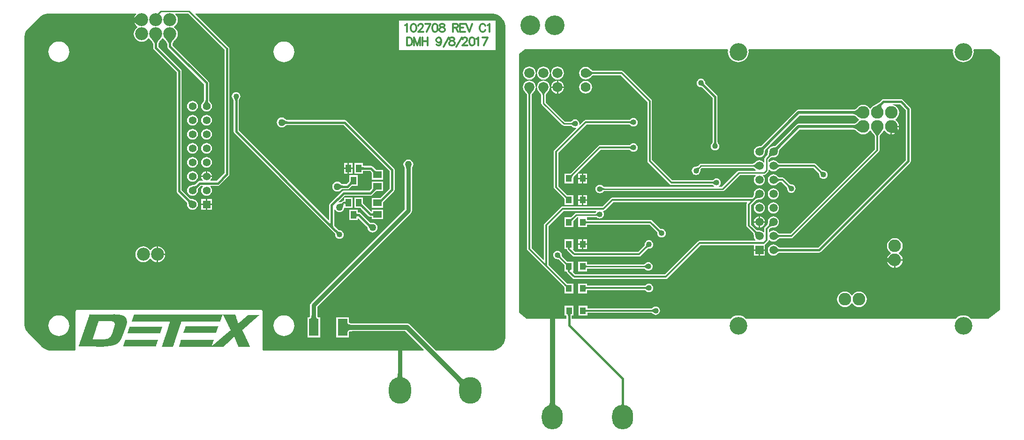
<source format=gtl>
G04 Layer_Physical_Order=1*
G04 Layer_Color=255*
%FSLAX24Y24*%
%MOIN*%
G70*
G01*
G75*
%ADD10R,0.0394X0.0551*%
%ADD11R,0.0591X0.0492*%
%ADD12R,0.0701X0.1240*%
%ADD13R,0.0433X0.0492*%
%ADD14C,0.0110*%
%ADD15C,0.0300*%
%ADD16C,0.0120*%
%ADD17C,0.0150*%
%ADD18C,0.0350*%
%ADD19C,0.0100*%
%ADD20C,0.0200*%
%ADD21C,0.0560*%
%ADD22R,0.0560X0.0560*%
%ADD23C,0.0920*%
%ADD24O,0.1600X0.1900*%
%ADD25C,0.1260*%
%ADD26C,0.1400*%
%ADD27O,0.1500X0.1750*%
%ADD28C,0.0591*%
%ADD29R,0.0591X0.0591*%
%ADD30C,0.0900*%
%ADD31C,0.0720*%
%ADD32C,0.0700*%
%ADD33C,0.0350*%
%ADD34C,0.0500*%
%ADD35C,0.0400*%
G36*
X-11617Y10817D02*
X-11606Y10787D01*
X-11589Y10761D01*
X-11564Y10738D01*
X-11533Y10719D01*
X-11494Y10703D01*
X-11449Y10691D01*
X-11396Y10682D01*
X-11337Y10677D01*
X-11270Y10675D01*
Y10325D01*
X-11337Y10323D01*
X-11396Y10318D01*
X-11449Y10309D01*
X-11494Y10297D01*
X-11533Y10281D01*
X-11564Y10262D01*
X-11589Y10239D01*
X-11606Y10213D01*
X-11617Y10183D01*
X-11620Y10150D01*
Y10850D01*
X-11617Y10817D01*
D02*
G37*
G36*
X4256Y11439D02*
X4243Y11435D01*
X4232Y11427D01*
X4222Y11417D01*
X4214Y11403D01*
X4207Y11387D01*
X4202Y11367D01*
X4198Y11345D01*
X4196Y11319D01*
X4195Y11291D01*
X4045D01*
X4045Y11319D01*
X4042Y11345D01*
X4039Y11367D01*
X4033Y11387D01*
X4027Y11403D01*
X4018Y11417D01*
X4009Y11427D01*
X3997Y11435D01*
X3985Y11439D01*
X3970Y11441D01*
X4270D01*
X4256Y11439D01*
D02*
G37*
G36*
X-24773Y10531D02*
X-24790D01*
Y10497D01*
X-24807D01*
Y10464D01*
X-24823D01*
Y10397D01*
X-24840D01*
Y10364D01*
X-24857D01*
Y10314D01*
X-24873D01*
Y10264D01*
X-24890D01*
Y10197D01*
X-24907D01*
Y10180D01*
X-24923D01*
Y10114D01*
X-24940D01*
Y10080D01*
X-27275D01*
Y10097D01*
X-27259D01*
Y10147D01*
X-27242D01*
Y10180D01*
X-27225D01*
Y10230D01*
X-27209D01*
Y10297D01*
X-27192D01*
Y10364D01*
X-27175D01*
Y10381D01*
X-27159D01*
Y10447D01*
X-27142D01*
Y10514D01*
X-27125D01*
Y10547D01*
X-24773D01*
Y10531D01*
D02*
G37*
G36*
X-20803D02*
X-20820D01*
Y10497D01*
X-20837D01*
Y10464D01*
X-20854D01*
Y10397D01*
X-20870D01*
Y10364D01*
X-20887D01*
Y10314D01*
X-20904D01*
Y10264D01*
X-20920D01*
Y10230D01*
X-20937D01*
Y10164D01*
X-20954D01*
Y10130D01*
X-20970D01*
Y10097D01*
X-23305D01*
Y10114D01*
X-23289D01*
Y10164D01*
X-23272D01*
Y10197D01*
X-23255D01*
Y10230D01*
X-23239D01*
Y10280D01*
X-23222D01*
Y10347D01*
X-23205D01*
Y10397D01*
X-23189D01*
Y10414D01*
X-23172D01*
Y10481D01*
X-23155D01*
Y10547D01*
X-23139D01*
Y10564D01*
X-20803D01*
Y10531D01*
D02*
G37*
G36*
X-19603Y11398D02*
X-19586D01*
Y11331D01*
X-19569D01*
Y11298D01*
X-19552D01*
Y11265D01*
X-19536D01*
Y11181D01*
X-19519D01*
Y11114D01*
X-19502D01*
Y11081D01*
X-19486D01*
Y11031D01*
X-19469D01*
Y10981D01*
X-19452D01*
Y10931D01*
X-19436D01*
Y10864D01*
X-19419D01*
Y10814D01*
X-19402D01*
Y10798D01*
X-19336D01*
Y10814D01*
X-19319D01*
Y10831D01*
X-19302D01*
Y10848D01*
X-19286D01*
Y10864D01*
X-19269D01*
Y10881D01*
X-19252D01*
Y10898D01*
X-19236D01*
Y10914D01*
X-19202D01*
Y10931D01*
X-19186D01*
Y10948D01*
X-19169D01*
Y10964D01*
X-19152D01*
Y10981D01*
X-19136D01*
Y10998D01*
X-19119D01*
Y11014D01*
X-19085D01*
Y11031D01*
X-19069D01*
Y11048D01*
X-19052D01*
Y11064D01*
X-19035D01*
Y11081D01*
X-19019D01*
Y11098D01*
X-19002D01*
Y11114D01*
X-18985D01*
Y11131D01*
X-18952D01*
Y11148D01*
X-18935D01*
Y11164D01*
X-18919D01*
Y11181D01*
X-18902D01*
Y11198D01*
X-18885D01*
Y11215D01*
X-18869D01*
Y11231D01*
X-18835D01*
Y11248D01*
X-18819D01*
Y11265D01*
X-18802D01*
Y11281D01*
X-18785D01*
Y11298D01*
X-18769D01*
Y11315D01*
X-18752D01*
Y11331D01*
X-18735D01*
Y11348D01*
X-18702D01*
Y11365D01*
X-18685D01*
Y11381D01*
X-17885D01*
Y11365D01*
X-17901D01*
Y11348D01*
X-17918D01*
Y11331D01*
X-17935D01*
Y11315D01*
X-17968D01*
Y11298D01*
X-17985D01*
Y11281D01*
X-18001D01*
Y11265D01*
X-18018D01*
Y11248D01*
X-18035D01*
Y11231D01*
X-18051D01*
Y11215D01*
X-18085D01*
Y11198D01*
X-18101D01*
Y11181D01*
X-18118D01*
Y11164D01*
X-18135D01*
Y11148D01*
X-18151D01*
Y11131D01*
X-18168D01*
Y11114D01*
X-18185D01*
Y11098D01*
X-18201D01*
Y11081D01*
X-18235D01*
Y11064D01*
X-18251D01*
Y11048D01*
X-18268D01*
Y11031D01*
X-18285D01*
Y11014D01*
X-18302D01*
Y10998D01*
X-18318D01*
Y10981D01*
X-18335D01*
Y10964D01*
X-18352D01*
Y10948D01*
X-18368D01*
Y10931D01*
X-18385D01*
Y10914D01*
X-18418D01*
Y10898D01*
X-18435D01*
Y10881D01*
X-18452D01*
Y10864D01*
X-18468D01*
Y10848D01*
X-18485D01*
Y10831D01*
X-18518D01*
Y10814D01*
X-18535D01*
Y10798D01*
X-18552D01*
Y10781D01*
X-18568D01*
Y10764D01*
X-18585D01*
Y10747D01*
X-18602D01*
Y10731D01*
X-18618D01*
Y10714D01*
X-18635D01*
Y10697D01*
X-18652D01*
Y10681D01*
X-18668D01*
Y10664D01*
X-18685D01*
Y10647D01*
X-18702D01*
Y10631D01*
X-18735D01*
Y10614D01*
X-18752D01*
Y10597D01*
X-18769D01*
Y10581D01*
X-18785D01*
Y10564D01*
X-18802D01*
Y10547D01*
X-18835D01*
Y10531D01*
X-18852D01*
Y10514D01*
X-18869D01*
Y10497D01*
X-18885D01*
Y10481D01*
X-18902D01*
Y10464D01*
X-18919D01*
Y10447D01*
X-18952D01*
Y10414D01*
X-18969D01*
Y10397D01*
X-19002D01*
Y10381D01*
X-19019D01*
Y10364D01*
X-19035D01*
Y10347D01*
X-19052D01*
Y10330D01*
X-19085D01*
Y10247D01*
X-19069D01*
Y10230D01*
X-19052D01*
Y10180D01*
X-19035D01*
Y10147D01*
X-19019D01*
Y10114D01*
X-19002D01*
Y10097D01*
X-18985D01*
Y10047D01*
X-18969D01*
Y10014D01*
X-18952D01*
Y9980D01*
X-18935D01*
Y9930D01*
X-18919D01*
Y9897D01*
X-18902D01*
Y9863D01*
X-18885D01*
Y9830D01*
X-18869D01*
Y9797D01*
X-18852D01*
Y9747D01*
X-18835D01*
Y9713D01*
X-18819D01*
Y9680D01*
X-18802D01*
Y9663D01*
X-18785D01*
Y9630D01*
X-18769D01*
Y9580D01*
X-18752D01*
Y9547D01*
X-18735D01*
Y9530D01*
X-18719D01*
Y9480D01*
X-18702D01*
Y9430D01*
X-18685D01*
Y9396D01*
X-18668D01*
Y9380D01*
X-18652D01*
Y9330D01*
X-18635D01*
Y9280D01*
X-18618D01*
Y9246D01*
X-18602D01*
Y9230D01*
X-18585D01*
Y9180D01*
X-18568D01*
Y9146D01*
X-18552D01*
Y9113D01*
X-19386D01*
Y9146D01*
X-19402D01*
Y9196D01*
X-19419D01*
Y9230D01*
X-19436D01*
Y9263D01*
X-19452D01*
Y9313D01*
X-19469D01*
Y9346D01*
X-19486D01*
Y9380D01*
X-19502D01*
Y9430D01*
X-19519D01*
Y9463D01*
X-19536D01*
Y9513D01*
X-19552D01*
Y9563D01*
X-19569D01*
Y9597D01*
X-19586D01*
Y9630D01*
X-19603D01*
Y9663D01*
X-19619D01*
Y9730D01*
X-19636D01*
Y9780D01*
X-19653D01*
Y9797D01*
X-19719D01*
Y9780D01*
X-19736D01*
Y9763D01*
X-19753D01*
Y9747D01*
X-19769D01*
Y9730D01*
X-19786D01*
Y9713D01*
X-19803D01*
Y9697D01*
X-19819D01*
Y9680D01*
X-19836D01*
Y9663D01*
X-19853D01*
Y9647D01*
X-19886D01*
Y9630D01*
X-19903D01*
Y9613D01*
X-19919D01*
Y9580D01*
X-19953D01*
Y9563D01*
X-19969D01*
Y9547D01*
X-19986D01*
Y9530D01*
X-20003D01*
Y9513D01*
X-20020D01*
Y9496D01*
X-20036D01*
Y9480D01*
X-20053D01*
Y9463D01*
X-20070D01*
Y9446D01*
X-20086D01*
Y9430D01*
X-20103D01*
Y9413D01*
X-20136D01*
Y9380D01*
X-20153D01*
Y9363D01*
X-20170D01*
Y9346D01*
X-20203D01*
Y9330D01*
X-20220D01*
Y9313D01*
X-20236D01*
Y9296D01*
X-20253D01*
Y9280D01*
X-20270D01*
Y9263D01*
X-20286D01*
Y9246D01*
X-20303D01*
Y9230D01*
X-20320D01*
Y9213D01*
X-20336D01*
Y9196D01*
X-20370D01*
Y9180D01*
X-20386D01*
Y9163D01*
X-20403D01*
Y9146D01*
X-20420D01*
Y9130D01*
X-20437D01*
Y9113D01*
X-23606D01*
Y9130D01*
X-23589D01*
Y9196D01*
X-23572D01*
Y9246D01*
X-23556D01*
Y9313D01*
X-23539D01*
Y9380D01*
X-23522D01*
Y9396D01*
X-23506D01*
Y9480D01*
X-23489D01*
Y9563D01*
X-23472D01*
Y9613D01*
X-21120D01*
Y9597D01*
X-21137D01*
Y9530D01*
X-21154D01*
Y9480D01*
X-21170D01*
Y9463D01*
X-21187D01*
Y9413D01*
X-21204D01*
Y9330D01*
X-21220D01*
Y9296D01*
X-21237D01*
Y9280D01*
X-21254D01*
Y9213D01*
X-21204D01*
Y9230D01*
X-21170D01*
Y9246D01*
X-21154D01*
Y9263D01*
X-21137D01*
Y9280D01*
X-21120D01*
Y9296D01*
X-21087D01*
Y9313D01*
X-21070D01*
Y9330D01*
X-21054D01*
Y9346D01*
X-21037D01*
Y9363D01*
X-21020D01*
Y9380D01*
X-21004D01*
Y9396D01*
X-20987D01*
Y9413D01*
X-20970D01*
Y9430D01*
X-20954D01*
Y9446D01*
X-20920D01*
Y9463D01*
X-20904D01*
Y9480D01*
X-20887D01*
Y9496D01*
X-20870D01*
Y9513D01*
X-20837D01*
Y9530D01*
X-20820D01*
Y9547D01*
X-20803D01*
Y9563D01*
X-20787D01*
Y9580D01*
X-20770D01*
Y9597D01*
X-20753D01*
Y9613D01*
X-20737D01*
Y9630D01*
X-20703D01*
Y9647D01*
X-20687D01*
Y9663D01*
X-20670D01*
Y9680D01*
X-20637D01*
Y9697D01*
X-20620D01*
Y9730D01*
X-20603D01*
Y9747D01*
X-20570D01*
Y9763D01*
X-20553D01*
Y9780D01*
X-20537D01*
Y9797D01*
X-20503D01*
Y9813D01*
X-20487D01*
Y9830D01*
X-20470D01*
Y9847D01*
X-20453D01*
Y9863D01*
X-20437D01*
Y9880D01*
X-20420D01*
Y9897D01*
X-20386D01*
Y9913D01*
X-20370D01*
Y9930D01*
X-20353D01*
Y9947D01*
X-20336D01*
Y9964D01*
X-20320D01*
Y9980D01*
X-20286D01*
Y10014D01*
X-20253D01*
Y10030D01*
X-20236D01*
Y10047D01*
X-20220D01*
Y10064D01*
X-20203D01*
Y10080D01*
X-20170D01*
Y10097D01*
X-20153D01*
Y10114D01*
X-20136D01*
Y10130D01*
X-20103D01*
Y10164D01*
X-20086D01*
Y10180D01*
X-20053D01*
Y10197D01*
X-20036D01*
Y10214D01*
X-20020D01*
Y10230D01*
X-20003D01*
Y10247D01*
X-19969D01*
Y10264D01*
X-19936D01*
Y10330D01*
X-19953D01*
Y10347D01*
X-19969D01*
Y10381D01*
X-19986D01*
Y10414D01*
X-20003D01*
Y10464D01*
X-20020D01*
Y10481D01*
X-20036D01*
Y10531D01*
X-20053D01*
Y10564D01*
X-20070D01*
Y10581D01*
X-20086D01*
Y10631D01*
X-20103D01*
Y10664D01*
X-20120D01*
Y10697D01*
X-20136D01*
Y10731D01*
X-20153D01*
Y10764D01*
X-20170D01*
Y10798D01*
X-20186D01*
Y10831D01*
X-20203D01*
Y10864D01*
X-20220D01*
Y10914D01*
X-20236D01*
Y10931D01*
X-20253D01*
Y10948D01*
X-20270D01*
Y10998D01*
X-20286D01*
Y11048D01*
X-20303D01*
Y11064D01*
X-20320D01*
Y11081D01*
X-20336D01*
Y11131D01*
X-20353D01*
Y11181D01*
X-20370D01*
Y11198D01*
X-20386D01*
Y11231D01*
X-20403D01*
Y11281D01*
X-20420D01*
Y11315D01*
X-20437D01*
Y11331D01*
X-20453D01*
Y11365D01*
X-20470D01*
Y11381D01*
X-20520D01*
Y11331D01*
X-20537D01*
Y11265D01*
X-20553D01*
Y11231D01*
X-20570D01*
Y11198D01*
X-20587D01*
Y11131D01*
X-20603D01*
Y11064D01*
X-20620D01*
Y11031D01*
X-20637D01*
Y10998D01*
X-20653D01*
Y10931D01*
X-20670D01*
Y10914D01*
X-23422D01*
Y10898D01*
X-23439D01*
Y10864D01*
X-23456D01*
Y10814D01*
X-23472D01*
Y10747D01*
X-23489D01*
Y10697D01*
X-23506D01*
Y10664D01*
X-23522D01*
Y10614D01*
X-23539D01*
Y10564D01*
X-23556D01*
Y10514D01*
X-23572D01*
Y10464D01*
X-23589D01*
Y10414D01*
X-23606D01*
Y10381D01*
X-23622D01*
Y10330D01*
X-23639D01*
Y10264D01*
X-23656D01*
Y10214D01*
X-23672D01*
Y10164D01*
X-23689D01*
Y10097D01*
X-23706D01*
Y10064D01*
X-23722D01*
Y10030D01*
X-23739D01*
Y9980D01*
X-23756D01*
Y9913D01*
X-23773D01*
Y9863D01*
X-23789D01*
Y9830D01*
X-23806D01*
Y9780D01*
X-23823D01*
Y9713D01*
X-23839D01*
Y9663D01*
X-23856D01*
Y9613D01*
X-23873D01*
Y9580D01*
X-23889D01*
Y9496D01*
X-23906D01*
Y9446D01*
X-23923D01*
Y9413D01*
X-23939D01*
Y9363D01*
X-23956D01*
Y9280D01*
X-23973D01*
Y9230D01*
X-23989D01*
Y9213D01*
X-24006D01*
Y9163D01*
X-24023D01*
Y9113D01*
X-24823D01*
Y9146D01*
X-24807D01*
Y9196D01*
X-24790D01*
Y9246D01*
X-24773D01*
Y9296D01*
X-24757D01*
Y9363D01*
X-24740D01*
Y9413D01*
X-24723D01*
Y9430D01*
X-24707D01*
Y9513D01*
X-24690D01*
Y9563D01*
X-24673D01*
Y9613D01*
X-24657D01*
Y9647D01*
X-24640D01*
Y9713D01*
X-24623D01*
Y9763D01*
X-24607D01*
Y9797D01*
X-24590D01*
Y9830D01*
X-24573D01*
Y9913D01*
X-24556D01*
Y9947D01*
X-24540D01*
Y9997D01*
X-24523D01*
Y10047D01*
X-24506D01*
Y10114D01*
X-24490D01*
Y10147D01*
X-24473D01*
Y10197D01*
X-24456D01*
Y10247D01*
X-24440D01*
Y10297D01*
X-24423D01*
Y10347D01*
X-24406D01*
Y10414D01*
X-24390D01*
Y10481D01*
X-24373D01*
Y10531D01*
X-24356D01*
Y10564D01*
X-24340D01*
Y10614D01*
X-24323D01*
Y10697D01*
X-24306D01*
Y10731D01*
X-24290D01*
Y10781D01*
X-24273D01*
Y10831D01*
X-24256D01*
Y10898D01*
X-25324D01*
Y10914D01*
X-25641D01*
Y10898D01*
X-25657D01*
Y10914D01*
X-26975D01*
Y10931D01*
X-26958D01*
Y10964D01*
X-26942D01*
Y11014D01*
X-26925D01*
Y11081D01*
X-26908D01*
Y11114D01*
X-26892D01*
Y11164D01*
X-26875D01*
Y11231D01*
X-26858D01*
Y11281D01*
X-26842D01*
Y11331D01*
X-26825D01*
Y11365D01*
X-26808D01*
Y11415D01*
X-26775D01*
Y11398D01*
X-19619D01*
Y11415D01*
X-19603D01*
Y11398D01*
D02*
G37*
G36*
X-22287Y20507D02*
X-22303Y20489D01*
X-22317Y20469D01*
X-22329Y20448D01*
X-22340Y20425D01*
X-22349Y20401D01*
X-22357Y20375D01*
X-22363Y20347D01*
X-22366Y20317D01*
X-22369Y20286D01*
X-22369Y20253D01*
X-22646Y20530D01*
X-22613Y20531D01*
X-22582Y20533D01*
X-22552Y20537D01*
X-22524Y20542D01*
X-22498Y20550D01*
X-22474Y20559D01*
X-22451Y20570D01*
X-22430Y20582D01*
X-22410Y20597D01*
X-22393Y20613D01*
X-22287Y20507D01*
D02*
G37*
G36*
X-22888Y19597D02*
X-22869Y19582D01*
X-22847Y19570D01*
X-22825Y19559D01*
X-22800Y19550D01*
X-22774Y19542D01*
X-22746Y19537D01*
X-22716Y19533D01*
X-22685Y19531D01*
X-22652Y19530D01*
X-22929Y19253D01*
X-22930Y19286D01*
X-22932Y19317D01*
X-22936Y19347D01*
X-22942Y19375D01*
X-22949Y19401D01*
X-22958Y19425D01*
X-22969Y19448D01*
X-22982Y19469D01*
X-22996Y19489D01*
X-23012Y19507D01*
X-22906Y19613D01*
X-22888Y19597D01*
D02*
G37*
G36*
X-28176Y11415D02*
X-27942D01*
Y11398D01*
X-27792D01*
Y11381D01*
X-27726D01*
Y11365D01*
X-27676D01*
Y11348D01*
X-27609D01*
Y11331D01*
X-27576D01*
Y11315D01*
X-27559D01*
Y11298D01*
X-27509D01*
Y11281D01*
X-27492D01*
Y11265D01*
X-27475D01*
Y11248D01*
X-27442D01*
Y11231D01*
X-27425D01*
Y11215D01*
X-27409D01*
Y11198D01*
X-27392D01*
Y11164D01*
X-27375D01*
Y11131D01*
X-27359D01*
Y11098D01*
X-27342D01*
Y11081D01*
X-27325D01*
Y10981D01*
X-27309D01*
Y10781D01*
X-27325D01*
Y10664D01*
X-27342D01*
Y10631D01*
X-27359D01*
Y10581D01*
X-27375D01*
Y10531D01*
X-27392D01*
Y10464D01*
X-27409D01*
Y10447D01*
X-27425D01*
Y10397D01*
X-27442D01*
Y10330D01*
X-27459D01*
Y10297D01*
X-27475D01*
Y10264D01*
X-27492D01*
Y10214D01*
X-27509D01*
Y10180D01*
X-27525D01*
Y10114D01*
X-27542D01*
Y10080D01*
X-27559D01*
Y10047D01*
X-27576D01*
Y9997D01*
X-27592D01*
Y9964D01*
X-27609D01*
Y9897D01*
X-27626D01*
Y9863D01*
X-27642D01*
Y9830D01*
X-27659D01*
Y9780D01*
X-27676D01*
Y9747D01*
X-27692D01*
Y9713D01*
X-27709D01*
Y9680D01*
X-27726D01*
Y9647D01*
X-27742D01*
Y9597D01*
X-27759D01*
Y9580D01*
X-27776D01*
Y9563D01*
X-27792D01*
Y9530D01*
X-27809D01*
Y9513D01*
X-27826D01*
Y9496D01*
X-27842D01*
Y9463D01*
X-27859D01*
Y9446D01*
X-27876D01*
Y9430D01*
X-27892D01*
Y9413D01*
X-27909D01*
Y9396D01*
X-27926D01*
Y9380D01*
X-27942D01*
Y9363D01*
X-27959D01*
Y9346D01*
X-27993D01*
Y9330D01*
X-28026D01*
Y9313D01*
X-28043D01*
Y9296D01*
X-28076D01*
Y9280D01*
X-28126D01*
Y9263D01*
X-28159D01*
Y9246D01*
X-28193D01*
Y9230D01*
X-28276D01*
Y9213D01*
X-28326D01*
Y9196D01*
X-28393D01*
Y9180D01*
X-28510D01*
Y9163D01*
X-28626D01*
Y9146D01*
X-28760D01*
Y9130D01*
X-28927D01*
Y9113D01*
X-29494D01*
Y9130D01*
X-30461D01*
Y9146D01*
X-30745D01*
Y9196D01*
X-30728D01*
Y9230D01*
X-30711D01*
Y9263D01*
X-30695D01*
Y9313D01*
X-30678D01*
Y9380D01*
X-30661D01*
Y9430D01*
X-30645D01*
Y9446D01*
X-30628D01*
Y9530D01*
X-30611D01*
Y9563D01*
X-30595D01*
Y9613D01*
X-30578D01*
Y9647D01*
X-30561D01*
Y9697D01*
X-30545D01*
Y9747D01*
X-30528D01*
Y9797D01*
X-30511D01*
Y9830D01*
X-30495D01*
Y9897D01*
X-30478D01*
Y9947D01*
X-30461D01*
Y9997D01*
X-30444D01*
Y10047D01*
X-30428D01*
Y10114D01*
X-30411D01*
Y10147D01*
X-30394D01*
Y10180D01*
X-30378D01*
Y10230D01*
X-30361D01*
Y10314D01*
X-30344D01*
Y10330D01*
X-30328D01*
Y10381D01*
X-30311D01*
Y10431D01*
X-30294D01*
Y10497D01*
X-30278D01*
Y10531D01*
X-30261D01*
Y10581D01*
X-30244D01*
Y10631D01*
X-30228D01*
Y10664D01*
X-30211D01*
Y10731D01*
X-30194D01*
Y10764D01*
X-30178D01*
Y10814D01*
X-30161D01*
Y10864D01*
X-30144D01*
Y10914D01*
X-30128D01*
Y10964D01*
X-30111D01*
Y10998D01*
X-30094D01*
Y11048D01*
X-30078D01*
Y11114D01*
X-30061D01*
Y11164D01*
X-30044D01*
Y11181D01*
X-30027D01*
Y11248D01*
X-30011D01*
Y11315D01*
X-29994D01*
Y11365D01*
X-29977D01*
Y11398D01*
X-29961D01*
Y11431D01*
X-29944D01*
Y11415D01*
X-28276D01*
Y11431D01*
X-28209D01*
Y11415D01*
X-28193D01*
Y11431D01*
X-28176D01*
Y11415D01*
D02*
G37*
G36*
X-21573Y26664D02*
X-21569Y26640D01*
X-21563Y26616D01*
X-21555Y26593D01*
X-21544Y26569D01*
X-21531Y26545D01*
X-21515Y26521D01*
X-21497Y26497D01*
X-21476Y26474D01*
X-21453Y26450D01*
X-21845D01*
X-21822Y26474D01*
X-21802Y26497D01*
X-21783Y26521D01*
X-21768Y26545D01*
X-21754Y26569D01*
X-21744Y26593D01*
X-21735Y26616D01*
X-21729Y26640D01*
X-21725Y26664D01*
X-21724Y26688D01*
X-21574D01*
X-21573Y26664D01*
D02*
G37*
G36*
X34751Y29789D02*
Y11739D01*
X33937Y11100D01*
X32698D01*
X32669Y11135D01*
X32558Y11226D01*
X32431Y11294D01*
X32294Y11336D01*
X32151Y11350D01*
X32008Y11336D01*
X31870Y11294D01*
X31743Y11226D01*
X31632Y11135D01*
X31603Y11100D01*
X16698D01*
X16669Y11135D01*
X16558Y11226D01*
X16431Y11294D01*
X16294Y11336D01*
X16151Y11350D01*
X16008Y11336D01*
X15870Y11294D01*
X15743Y11226D01*
X15632Y11135D01*
X15603Y11100D01*
X4299D01*
Y11323D01*
X4300Y11332D01*
X4301Y11340D01*
X4437D01*
Y12032D01*
X3804D01*
Y11340D01*
X3940D01*
X3941Y11332D01*
X3942Y11323D01*
Y11100D01*
X1094D01*
X551Y11526D01*
Y29959D01*
X985Y30300D01*
X15402D01*
X15413Y30285D01*
X15430Y30250D01*
X15417Y30117D01*
X15431Y29973D01*
X15473Y29836D01*
X15541Y29709D01*
X15632Y29598D01*
X15743Y29507D01*
X15870Y29439D01*
X16008Y29397D01*
X16151Y29383D01*
X16294Y29397D01*
X16431Y29439D01*
X16558Y29507D01*
X16669Y29598D01*
X16761Y29709D01*
X16828Y29836D01*
X16870Y29973D01*
X16884Y30117D01*
X16871Y30250D01*
X16889Y30285D01*
X16900Y30300D01*
X31402D01*
X31413Y30285D01*
X31430Y30250D01*
X31417Y30117D01*
X31431Y29973D01*
X31473Y29836D01*
X31541Y29709D01*
X31632Y29598D01*
X31743Y29507D01*
X31870Y29439D01*
X32008Y29397D01*
X32151Y29383D01*
X32294Y29397D01*
X32431Y29439D01*
X32558Y29507D01*
X32669Y29598D01*
X32761Y29709D01*
X32828Y29836D01*
X32870Y29973D01*
X32884Y30117D01*
X32871Y30250D01*
X32889Y30285D01*
X32900Y30300D01*
X34099D01*
X34751Y29789D01*
D02*
G37*
G36*
X8011Y5084D02*
X8013Y5056D01*
X8017Y5032D01*
X8022Y5011D01*
X8029Y4993D01*
X8037Y4978D01*
X8047Y4967D01*
X8058Y4958D01*
X8071Y4954D01*
X8085Y4952D01*
X7786D01*
X7800Y4954D01*
X7813Y4958D01*
X7824Y4967D01*
X7834Y4978D01*
X7842Y4993D01*
X7848Y5011D01*
X7854Y5032D01*
X7857Y5056D01*
X7860Y5084D01*
X7860Y5115D01*
X8010D01*
X8011Y5084D01*
D02*
G37*
G36*
X-3604Y6945D02*
X-3552Y6900D01*
X-3503Y6863D01*
X-3457Y6835D01*
X-3416Y6816D01*
X-3378Y6805D01*
X-3344Y6803D01*
X-3314Y6810D01*
X-3287Y6825D01*
X-3264Y6849D01*
X-3684Y6281D01*
X-3667Y6311D01*
X-3658Y6344D01*
X-3657Y6380D01*
X-3664Y6419D01*
X-3679Y6461D01*
X-3702Y6506D01*
X-3733Y6555D01*
X-3772Y6606D01*
X-3819Y6660D01*
X-3874Y6718D01*
X-3661Y6999D01*
X-3604Y6945D01*
D02*
G37*
G36*
X-23984Y31014D02*
X-24063Y30924D01*
X-24095Y30881D01*
X-24122Y30840D01*
X-24145Y30801D01*
X-24162Y30763D01*
X-24174Y30727D01*
X-24182Y30693D01*
X-24184Y30660D01*
X-24334D01*
X-24337Y30693D01*
X-24344Y30727D01*
X-24356Y30763D01*
X-24374Y30801D01*
X-24396Y30840D01*
X-24423Y30881D01*
X-24455Y30924D01*
X-24534Y31014D01*
X-24581Y31061D01*
X-23937D01*
X-23984Y31014D01*
D02*
G37*
G36*
X-24984D02*
X-25063Y30924D01*
X-25095Y30881D01*
X-25122Y30840D01*
X-25145Y30801D01*
X-25162Y30763D01*
X-25174Y30727D01*
X-25182Y30693D01*
X-25184Y30660D01*
X-25334D01*
X-25337Y30693D01*
X-25344Y30727D01*
X-25356Y30763D01*
X-25374Y30801D01*
X-25396Y30840D01*
X-25423Y30881D01*
X-25455Y30924D01*
X-25534Y31014D01*
X-25581Y31061D01*
X-24937D01*
X-24984Y31014D01*
D02*
G37*
G36*
X3112Y5219D02*
X3126Y5085D01*
X3138Y5031D01*
X3154Y4985D01*
X3173Y4947D01*
X3196Y4918D01*
X3222Y4897D01*
X3252Y4885D01*
X3285Y4881D01*
X2586D01*
X2619Y4885D01*
X2649Y4897D01*
X2675Y4918D01*
X2698Y4947D01*
X2717Y4985D01*
X2733Y5031D01*
X2745Y5085D01*
X2753Y5148D01*
X2759Y5219D01*
X2760Y5298D01*
X3110D01*
X3112Y5219D01*
D02*
G37*
G36*
X-25090Y9597D02*
X-25107D01*
Y9530D01*
X-25124D01*
Y9496D01*
X-25140D01*
Y9463D01*
X-25157D01*
Y9413D01*
X-25174D01*
Y9346D01*
X-25190D01*
Y9313D01*
X-25207D01*
Y9280D01*
X-25224D01*
Y9213D01*
X-25240D01*
Y9146D01*
X-27576D01*
Y9196D01*
X-27559D01*
Y9230D01*
X-27542D01*
Y9313D01*
X-27525D01*
Y9330D01*
X-27509D01*
Y9380D01*
X-27492D01*
Y9446D01*
X-27475D01*
Y9463D01*
X-27459D01*
Y9547D01*
X-27442D01*
Y9597D01*
X-27425D01*
Y9613D01*
X-25090D01*
Y9597D01*
D02*
G37*
G36*
X-1108Y32812D02*
X-926Y32736D01*
X-762Y32627D01*
X-622Y32487D01*
X-513Y32324D01*
X-438Y32142D01*
X-399Y31948D01*
Y31850D01*
Y9850D01*
Y9752D01*
X-438Y9558D01*
X-513Y9376D01*
X-622Y9213D01*
X-762Y9073D01*
X-926Y8964D01*
X-1108Y8888D01*
X-1301Y8850D01*
X-5367D01*
X-7213Y10696D01*
X-7271Y10740D01*
X-7337Y10768D01*
X-7409Y10777D01*
X-11285D01*
X-11331Y10779D01*
X-11384Y10783D01*
X-11427Y10790D01*
X-11462Y10800D01*
X-11487Y10810D01*
X-11503Y10820D01*
X-11511Y10827D01*
X-11515Y10833D01*
X-11517Y10839D01*
X-11519Y10861D01*
X-11519Y10861D01*
Y11220D01*
X-12420D01*
Y9780D01*
X-11519D01*
Y10139D01*
X-11519Y10139D01*
X-11517Y10161D01*
X-11515Y10167D01*
X-11511Y10173D01*
X-11503Y10180D01*
X-11487Y10190D01*
X-11462Y10200D01*
X-11427Y10209D01*
X-11384Y10217D01*
X-11331Y10221D01*
X-11285Y10223D01*
X-7524D01*
X-6198Y8896D01*
X-6217Y8850D01*
X-17612D01*
X-17654Y8896D01*
Y11626D01*
X-17662Y11667D01*
X-17685Y11702D01*
X-17720Y11725D01*
X-17761Y11733D01*
X-30846D01*
X-30887Y11725D01*
X-30921Y11702D01*
X-30945Y11667D01*
X-30953Y11626D01*
Y8896D01*
X-30995Y8850D01*
X-32783D01*
X-32977Y8888D01*
X-33159Y8964D01*
X-33322Y9073D01*
X-33392Y9143D01*
X-34306Y10057D01*
X-34376Y10127D01*
X-34485Y10291D01*
X-34561Y10473D01*
X-34599Y10666D01*
Y10764D01*
Y31086D01*
Y31184D01*
X-34561Y31377D01*
X-34485Y31559D01*
X-34376Y31723D01*
X-34306Y31793D01*
Y31793D01*
X-33542Y32557D01*
X-33472Y32627D01*
X-33309Y32736D01*
X-33127Y32812D01*
X-32933Y32850D01*
X-26657D01*
X-26641Y32803D01*
X-26659Y32789D01*
X-26748Y32672D01*
X-26789Y32574D01*
X-26768Y32583D01*
X-26730Y32602D01*
X-26693Y32624D01*
X-26657Y32650D01*
X-26622Y32679D01*
X-26588Y32712D01*
Y32440D01*
X-26259D01*
Y32340D01*
X-26588D01*
Y32068D01*
X-26622Y32101D01*
X-26657Y32130D01*
X-26693Y32156D01*
X-26730Y32178D01*
X-26768Y32197D01*
X-26789Y32206D01*
X-26748Y32108D01*
X-26659Y31991D01*
X-26567Y31920D01*
Y31860D01*
X-26659Y31789D01*
X-26748Y31672D01*
X-26805Y31536D01*
X-26824Y31390D01*
X-26805Y31244D01*
X-26748Y31108D01*
X-26659Y30991D01*
X-26542Y30901D01*
X-26405Y30844D01*
X-26259Y30825D01*
X-26113Y30844D01*
X-25977Y30901D01*
X-25860Y30991D01*
X-25789Y31082D01*
X-25729D01*
X-25659Y30991D01*
X-25642Y30978D01*
X-25609Y30944D01*
X-25534Y30859D01*
X-25506Y30822D01*
X-25483Y30787D01*
X-25465Y30754D01*
X-25451Y30725D01*
X-25442Y30700D01*
X-25438Y30678D01*
X-25438Y30676D01*
Y30410D01*
X-25424Y30342D01*
X-25385Y30284D01*
X-23778Y28676D01*
Y20200D01*
X-23764Y20132D01*
X-23725Y20074D01*
X-23072Y19421D01*
X-23067Y19413D01*
X-23059Y19400D01*
X-23052Y19386D01*
X-23046Y19369D01*
X-23041Y19351D01*
X-23037Y19330D01*
X-23033Y19307D01*
X-23032Y19281D01*
X-23031Y19259D01*
X-23032Y19250D01*
X-23019Y19151D01*
X-22981Y19058D01*
X-22920Y18979D01*
X-22841Y18918D01*
X-22748Y18880D01*
X-22649Y18867D01*
X-22550Y18880D01*
X-22458Y18918D01*
X-22378Y18979D01*
X-22317Y19058D01*
X-22279Y19151D01*
X-22266Y19250D01*
X-22279Y19349D01*
X-22317Y19442D01*
X-22378Y19521D01*
X-22458Y19582D01*
X-22550Y19620D01*
X-22649Y19633D01*
X-22658Y19632D01*
X-22681Y19632D01*
X-22706Y19634D01*
X-22729Y19637D01*
X-22750Y19642D01*
X-22768Y19647D01*
X-22785Y19653D01*
X-22799Y19660D01*
X-22812Y19667D01*
X-22820Y19673D01*
X-23421Y20274D01*
Y28750D01*
X-23421Y28750D01*
X-23434Y28818D01*
X-23473Y28876D01*
X-23473Y28876D01*
X-25081Y30484D01*
Y30676D01*
X-25081Y30678D01*
X-25076Y30700D01*
X-25067Y30725D01*
X-25054Y30754D01*
X-25036Y30787D01*
X-25012Y30822D01*
X-24984Y30859D01*
X-24909Y30944D01*
X-24877Y30978D01*
X-24860Y30991D01*
X-24789Y31082D01*
X-24729D01*
X-24659Y30991D01*
X-24642Y30978D01*
X-24609Y30944D01*
X-24534Y30859D01*
X-24506Y30822D01*
X-24483Y30787D01*
X-24465Y30754D01*
X-24451Y30725D01*
X-24442Y30700D01*
X-24438Y30678D01*
X-24438Y30676D01*
Y30505D01*
X-24424Y30437D01*
X-24385Y30379D01*
X-21828Y27821D01*
Y26670D01*
X-21829Y26660D01*
X-21833Y26646D01*
X-21838Y26631D01*
X-21845Y26615D01*
X-21855Y26598D01*
X-21867Y26580D01*
X-21881Y26562D01*
X-21897Y26543D01*
X-21913Y26527D01*
X-21920Y26521D01*
X-21981Y26442D01*
X-22019Y26349D01*
X-22032Y26250D01*
X-22019Y26151D01*
X-21981Y26058D01*
X-21920Y25979D01*
X-21841Y25918D01*
X-21748Y25880D01*
X-21649Y25867D01*
X-21550Y25880D01*
X-21458Y25918D01*
X-21378Y25979D01*
X-21317Y26058D01*
X-21279Y26151D01*
X-21266Y26250D01*
X-21279Y26349D01*
X-21317Y26442D01*
X-21378Y26521D01*
X-21386Y26527D01*
X-21401Y26543D01*
X-21418Y26562D01*
X-21432Y26580D01*
X-21444Y26598D01*
X-21453Y26615D01*
X-21460Y26631D01*
X-21466Y26646D01*
X-21469Y26660D01*
X-21471Y26670D01*
Y27895D01*
X-21484Y27963D01*
X-21523Y28021D01*
X-21523Y28021D01*
X-24081Y30579D01*
Y30676D01*
X-24081Y30678D01*
X-24076Y30700D01*
X-24067Y30725D01*
X-24054Y30754D01*
X-24035Y30787D01*
X-24012Y30822D01*
X-23984Y30859D01*
X-23909Y30944D01*
X-23877Y30978D01*
X-23860Y30991D01*
X-23770Y31108D01*
X-23714Y31244D01*
X-23694Y31390D01*
X-23714Y31536D01*
X-23770Y31672D01*
X-23860Y31789D01*
X-23952Y31860D01*
Y31920D01*
X-23860Y31991D01*
X-23770Y32108D01*
X-23714Y32244D01*
X-23694Y32390D01*
X-23714Y32536D01*
X-23770Y32672D01*
X-23860Y32789D01*
X-23877Y32803D01*
X-23861Y32850D01*
X-22951D01*
X-22945Y32840D01*
X-20378Y30273D01*
Y21474D01*
X-20923Y20928D01*
X-21366D01*
X-21382Y20976D01*
X-21378Y20979D01*
X-21317Y21058D01*
X-21279Y21151D01*
X-21273Y21200D01*
X-22026D01*
X-22019Y21151D01*
X-21981Y21058D01*
X-21920Y20979D01*
X-21916Y20976D01*
X-21932Y20928D01*
X-22149D01*
X-22149Y20928D01*
X-22217Y20915D01*
X-22275Y20876D01*
X-22275Y20876D01*
X-22478Y20673D01*
X-22486Y20667D01*
X-22499Y20660D01*
X-22513Y20653D01*
X-22530Y20647D01*
X-22549Y20642D01*
X-22569Y20637D01*
X-22592Y20634D01*
X-22618Y20632D01*
X-22640Y20632D01*
X-22649Y20633D01*
X-22748Y20620D01*
X-22841Y20582D01*
X-22920Y20521D01*
X-22981Y20442D01*
X-23019Y20349D01*
X-23032Y20250D01*
X-23019Y20151D01*
X-22981Y20058D01*
X-22920Y19979D01*
X-22841Y19918D01*
X-22748Y19880D01*
X-22649Y19867D01*
X-22550Y19880D01*
X-22458Y19918D01*
X-22378Y19979D01*
X-22317Y20058D01*
X-22279Y20151D01*
X-22266Y20250D01*
X-22267Y20259D01*
X-22267Y20281D01*
X-22265Y20307D01*
X-22262Y20330D01*
X-22258Y20351D01*
X-22252Y20369D01*
X-22246Y20386D01*
X-22239Y20400D01*
X-22232Y20413D01*
X-22226Y20421D01*
X-22075Y20572D01*
X-21932D01*
X-21916Y20524D01*
X-21920Y20521D01*
X-21981Y20442D01*
X-22019Y20349D01*
X-22032Y20250D01*
X-22019Y20151D01*
X-21981Y20058D01*
X-21920Y19979D01*
X-21841Y19918D01*
X-21748Y19880D01*
X-21649Y19867D01*
X-21550Y19880D01*
X-21458Y19918D01*
X-21378Y19979D01*
X-21317Y20058D01*
X-21279Y20151D01*
X-21266Y20250D01*
X-21279Y20349D01*
X-21317Y20442D01*
X-21378Y20521D01*
X-21382Y20524D01*
X-21366Y20572D01*
X-20849D01*
X-20781Y20585D01*
X-20723Y20624D01*
X-20073Y21274D01*
X-20034Y21332D01*
X-20021Y21400D01*
X-20021Y21400D01*
Y30325D01*
X-20034Y30393D01*
X-20073Y30451D01*
X-20131Y30490D01*
X-20134Y30490D01*
X-22447Y32804D01*
X-22428Y32850D01*
X-1301D01*
X-1108Y32812D01*
D02*
G37*
G36*
X-7748Y7159D02*
X-7743Y7101D01*
X-7736Y7049D01*
X-7725Y7004D01*
X-7712Y6967D01*
X-7695Y6936D01*
X-7676Y6912D01*
X-7653Y6894D01*
X-7628Y6884D01*
X-7600Y6881D01*
X-8199D01*
X-8170Y6884D01*
X-8145Y6894D01*
X-8123Y6912D01*
X-8103Y6936D01*
X-8087Y6967D01*
X-8073Y7004D01*
X-8063Y7049D01*
X-8055Y7101D01*
X-8051Y7159D01*
X-8049Y7225D01*
X-7749D01*
X-7748Y7159D01*
D02*
G37*
%LPC*%
G36*
X-28460Y10948D02*
X-29310D01*
Y10931D01*
X-29327D01*
Y10898D01*
X-29344D01*
Y10848D01*
X-29360D01*
Y10814D01*
X-29377D01*
Y10764D01*
X-29394D01*
Y10714D01*
X-29410D01*
Y10647D01*
X-29427D01*
Y10597D01*
X-29444D01*
Y10564D01*
X-29460D01*
Y10497D01*
X-29477D01*
Y10464D01*
X-29494D01*
Y10397D01*
X-29510D01*
Y10347D01*
X-29527D01*
Y10280D01*
X-29544D01*
Y10247D01*
X-29560D01*
Y10197D01*
X-29577D01*
Y10130D01*
X-29594D01*
Y10064D01*
X-29610D01*
Y10047D01*
X-29627D01*
Y9980D01*
X-29644D01*
Y9930D01*
X-29661D01*
Y9897D01*
X-29677D01*
Y9830D01*
X-29694D01*
Y9780D01*
X-29711D01*
Y9730D01*
X-29727D01*
Y9713D01*
X-29744D01*
Y9647D01*
X-28843D01*
Y9663D01*
X-28743D01*
Y9680D01*
X-28676D01*
Y9697D01*
X-28643D01*
Y9713D01*
X-28610D01*
Y9730D01*
X-28593D01*
Y9747D01*
X-28560D01*
Y9763D01*
X-28543D01*
Y9780D01*
X-28526D01*
Y9797D01*
X-28510D01*
Y9813D01*
X-28476D01*
Y9863D01*
X-28460D01*
Y9880D01*
X-28426D01*
Y9930D01*
X-28410D01*
Y9964D01*
X-28393D01*
Y9997D01*
X-28376D01*
Y10030D01*
X-28359D01*
Y10080D01*
X-28343D01*
Y10147D01*
X-28326D01*
Y10180D01*
X-28309D01*
Y10230D01*
X-28293D01*
Y10297D01*
X-28276D01*
Y10364D01*
X-28259D01*
Y10414D01*
X-28243D01*
Y10464D01*
X-28226D01*
Y10497D01*
X-28209D01*
Y10547D01*
X-28193D01*
Y10631D01*
X-28176D01*
Y10764D01*
X-28193D01*
Y10814D01*
X-28209D01*
Y10848D01*
X-28243D01*
Y10864D01*
X-28259D01*
Y10881D01*
X-28276D01*
Y10898D01*
X-28326D01*
Y10914D01*
X-28376D01*
Y10931D01*
X-28460D01*
Y10948D01*
D02*
G37*
G36*
X5048Y19515D02*
X4781D01*
Y19219D01*
X5048D01*
Y19515D01*
D02*
G37*
G36*
X17701Y18392D02*
Y18050D01*
X18043D01*
X18036Y18103D01*
X17996Y18199D01*
X17933Y18282D01*
X17850Y18345D01*
X17754Y18385D01*
X17701Y18392D01*
D02*
G37*
G36*
X5414Y19515D02*
X5148D01*
Y19219D01*
X5414D01*
Y19515D01*
D02*
G37*
G36*
X17651Y19399D02*
X17548Y19385D01*
X17451Y19345D01*
X17369Y19282D01*
X17306Y19199D01*
X17266Y19103D01*
X17252Y19000D01*
X17266Y18897D01*
X17306Y18801D01*
X17369Y18718D01*
X17451Y18655D01*
X17548Y18615D01*
X17651Y18601D01*
X17754Y18615D01*
X17850Y18655D01*
X17933Y18718D01*
X17996Y18801D01*
X18036Y18897D01*
X18049Y19000D01*
X18036Y19103D01*
X17996Y19199D01*
X17933Y19282D01*
X17850Y19345D01*
X17754Y19385D01*
X17651Y19399D01*
D02*
G37*
G36*
X18651D02*
X18548Y19385D01*
X18451Y19345D01*
X18369Y19282D01*
X18306Y19199D01*
X18266Y19103D01*
X18252Y19000D01*
X18266Y18897D01*
X18306Y18801D01*
X18369Y18718D01*
X18451Y18655D01*
X18548Y18615D01*
X18651Y18601D01*
X18754Y18615D01*
X18850Y18655D01*
X18933Y18718D01*
X18996Y18801D01*
X19036Y18897D01*
X19049Y19000D01*
X19036Y19103D01*
X18996Y19199D01*
X18933Y19282D01*
X18850Y19345D01*
X18754Y19385D01*
X18651Y19399D01*
D02*
G37*
G36*
Y21399D02*
X18548Y21385D01*
X18451Y21345D01*
X18369Y21282D01*
X18306Y21199D01*
X18266Y21103D01*
X18252Y21000D01*
X18266Y20897D01*
X18306Y20801D01*
X18369Y20718D01*
X18451Y20655D01*
X18548Y20615D01*
X18651Y20601D01*
X18754Y20615D01*
X18850Y20655D01*
X18933Y20718D01*
X18938Y20726D01*
X18985Y20769D01*
X19007Y20787D01*
X19028Y20802D01*
X19048Y20815D01*
X19066Y20824D01*
X19082Y20831D01*
X19096Y20835D01*
X19106Y20837D01*
X19233D01*
X19595Y20475D01*
X19597Y20472D01*
X19602Y20465D01*
X19606Y20457D01*
X19610Y20448D01*
X19613Y20437D01*
X19615Y20426D01*
X19617Y20413D01*
X19619Y20399D01*
X19619Y20384D01*
X19618Y20380D01*
X19629Y20302D01*
X19659Y20229D01*
X19707Y20166D01*
X19769Y20118D01*
X19842Y20088D01*
X19921Y20077D01*
X19999Y20088D01*
X20072Y20118D01*
X20135Y20166D01*
X20183Y20229D01*
X20213Y20302D01*
X20223Y20380D01*
X20213Y20458D01*
X20183Y20531D01*
X20135Y20594D01*
X20072Y20642D01*
X19999Y20672D01*
X19921Y20683D01*
X19916Y20682D01*
X19902Y20682D01*
X19888Y20683D01*
X19875Y20685D01*
X19863Y20688D01*
X19853Y20691D01*
X19844Y20695D01*
X19836Y20699D01*
X19829Y20703D01*
X19826Y20705D01*
X19416Y21115D01*
X19363Y21151D01*
X19301Y21163D01*
X19106D01*
X19096Y21165D01*
X19082Y21169D01*
X19066Y21176D01*
X19048Y21185D01*
X19028Y21198D01*
X19008Y21212D01*
X18959Y21254D01*
X18939Y21273D01*
X18933Y21282D01*
X18850Y21345D01*
X18754Y21385D01*
X18651Y21399D01*
D02*
G37*
G36*
X5043Y21050D02*
X4776D01*
Y20754D01*
X5043D01*
Y21050D01*
D02*
G37*
G36*
X5409D02*
X5143D01*
Y20754D01*
X5409D01*
Y21050D01*
D02*
G37*
G36*
X5414Y19911D02*
X5148D01*
Y19615D01*
X5414D01*
Y19911D01*
D02*
G37*
G36*
X5301Y29054D02*
X5183Y29038D01*
X5074Y28993D01*
X4980Y28921D01*
X4908Y28827D01*
X4862Y28717D01*
X4847Y28600D01*
X4862Y28483D01*
X4908Y28373D01*
X4980Y28279D01*
X5074Y28207D01*
X5183Y28162D01*
X5301Y28146D01*
X5418Y28162D01*
X5528Y28207D01*
X5622Y28279D01*
X5629Y28289D01*
X5689Y28345D01*
X5717Y28369D01*
X5745Y28390D01*
X5770Y28406D01*
X5793Y28419D01*
X5814Y28428D01*
X5831Y28434D01*
X5844Y28437D01*
X7799D01*
X9688Y26548D01*
Y22350D01*
X9700Y22288D01*
X9735Y22235D01*
X11285Y20685D01*
X11338Y20649D01*
X11401Y20637D01*
X14308D01*
X14311Y20636D01*
X14319Y20634D01*
X14328Y20632D01*
X14337Y20628D01*
X14346Y20623D01*
X14356Y20617D01*
X14367Y20609D01*
X14378Y20600D01*
X14388Y20590D01*
X14391Y20586D01*
X14434Y20553D01*
X14417Y20503D01*
X6613D01*
X6610Y20503D01*
X6603Y20505D01*
X6595Y20508D01*
X6586Y20513D01*
X6575Y20519D01*
X6565Y20526D01*
X6537Y20549D01*
X6525Y20560D01*
X6523Y20564D01*
X6460Y20612D01*
X6387Y20642D01*
X6309Y20653D01*
X6230Y20642D01*
X6157Y20612D01*
X6095Y20564D01*
X6047Y20501D01*
X6016Y20428D01*
X6006Y20350D01*
X6016Y20272D01*
X6047Y20199D01*
X6095Y20136D01*
X6157Y20088D01*
X6230Y20058D01*
X6309Y20047D01*
X6387Y20058D01*
X6460Y20088D01*
X6523Y20136D01*
X6525Y20140D01*
X6538Y20152D01*
X6551Y20164D01*
X6564Y20173D01*
X6575Y20181D01*
X6586Y20187D01*
X6595Y20192D01*
X6603Y20195D01*
X6610Y20197D01*
X6613Y20197D01*
X15047D01*
X15105Y20209D01*
X15155Y20242D01*
X16260Y21347D01*
X17372D01*
X17389Y21297D01*
X17369Y21282D01*
X17306Y21199D01*
X17266Y21103D01*
X17252Y21000D01*
X17266Y20897D01*
X17306Y20801D01*
X17369Y20718D01*
X17451Y20655D01*
X17548Y20615D01*
X17651Y20601D01*
X17754Y20615D01*
X17850Y20655D01*
X17933Y20718D01*
X17996Y20801D01*
X18036Y20897D01*
X18049Y21000D01*
X18036Y21103D01*
X17996Y21199D01*
X17933Y21282D01*
X17913Y21297D01*
X17930Y21347D01*
X18001D01*
X18059Y21359D01*
X18109Y21392D01*
X18269Y21552D01*
X18302Y21601D01*
X18314Y21660D01*
Y21712D01*
X18361Y21728D01*
X18369Y21718D01*
X18451Y21655D01*
X18548Y21615D01*
X18651Y21601D01*
X18754Y21615D01*
X18850Y21655D01*
X18933Y21718D01*
X18938Y21725D01*
X18985Y21769D01*
X19007Y21787D01*
X19028Y21802D01*
X19048Y21815D01*
X19066Y21824D01*
X19082Y21831D01*
X19096Y21835D01*
X19106Y21837D01*
X21505D01*
X21887Y21455D01*
X21889Y21452D01*
X21894Y21445D01*
X21898Y21437D01*
X21901Y21428D01*
X21904Y21417D01*
X21907Y21406D01*
X21909Y21393D01*
X21910Y21379D01*
X21910Y21364D01*
X21910Y21360D01*
X21920Y21282D01*
X21950Y21209D01*
X21999Y21146D01*
X22061Y21098D01*
X22134Y21068D01*
X22212Y21057D01*
X22291Y21068D01*
X22364Y21098D01*
X22426Y21146D01*
X22475Y21209D01*
X22505Y21282D01*
X22515Y21360D01*
X22505Y21438D01*
X22475Y21511D01*
X22426Y21574D01*
X22364Y21622D01*
X22291Y21652D01*
X22212Y21663D01*
X22208Y21662D01*
X22194Y21662D01*
X22179Y21663D01*
X22166Y21665D01*
X22155Y21668D01*
X22145Y21671D01*
X22136Y21675D01*
X22128Y21679D01*
X22120Y21683D01*
X22118Y21685D01*
X21688Y22115D01*
X21635Y22151D01*
X21572Y22163D01*
X19106D01*
X19096Y22165D01*
X19082Y22169D01*
X19066Y22176D01*
X19048Y22185D01*
X19028Y22198D01*
X19008Y22212D01*
X18959Y22254D01*
X18939Y22273D01*
X18933Y22282D01*
X18850Y22345D01*
X18754Y22385D01*
X18651Y22399D01*
X18548Y22385D01*
X18451Y22345D01*
X18369Y22282D01*
X18361Y22272D01*
X18314Y22288D01*
Y22447D01*
X18433Y22566D01*
X18441Y22571D01*
X18453Y22577D01*
X18469Y22583D01*
X18489Y22589D01*
X18513Y22594D01*
X18540Y22598D01*
X18609Y22602D01*
X18640Y22603D01*
X18651Y22601D01*
X18754Y22615D01*
X18850Y22655D01*
X18933Y22718D01*
X18996Y22801D01*
X19036Y22897D01*
X19049Y23000D01*
X19048Y23010D01*
X19049Y23026D01*
X19051Y23047D01*
X19054Y23067D01*
X19059Y23085D01*
X19065Y23102D01*
X19072Y23119D01*
X19080Y23135D01*
X19090Y23150D01*
X19096Y23157D01*
X20525Y24586D01*
X24350D01*
X24373Y24582D01*
X24400Y24574D01*
X24429Y24562D01*
X24460Y24547D01*
X24492Y24527D01*
X24526Y24504D01*
X24601Y24440D01*
X24628Y24413D01*
X24640Y24398D01*
X24755Y24309D01*
X24889Y24254D01*
X25033Y24235D01*
X25176Y24254D01*
X25310Y24309D01*
X25425Y24398D01*
X25503Y24500D01*
X25520Y24504D01*
X25545D01*
X25562Y24500D01*
X25640Y24398D01*
X25657Y24385D01*
X25692Y24350D01*
X25769Y24263D01*
X25799Y24225D01*
X25823Y24190D01*
X25842Y24158D01*
X25856Y24130D01*
X25865Y24106D01*
X25869Y24088D01*
X25870Y24083D01*
Y23179D01*
X19853Y17163D01*
X19106D01*
X19096Y17165D01*
X19082Y17169D01*
X19066Y17176D01*
X19048Y17185D01*
X19028Y17198D01*
X19008Y17212D01*
X18959Y17254D01*
X18939Y17273D01*
X18933Y17282D01*
X18850Y17345D01*
X18754Y17385D01*
X18651Y17399D01*
X18548Y17385D01*
X18451Y17345D01*
X18374Y17286D01*
X18330Y17295D01*
X18324Y17297D01*
Y17442D01*
X18445Y17563D01*
X18453Y17569D01*
X18466Y17576D01*
X18482Y17582D01*
X18501Y17588D01*
X18523Y17593D01*
X18548Y17597D01*
X18613Y17602D01*
X18640Y17603D01*
X18651Y17601D01*
X18754Y17615D01*
X18850Y17655D01*
X18933Y17718D01*
X18996Y17801D01*
X19036Y17897D01*
X19049Y18000D01*
X19036Y18103D01*
X18996Y18199D01*
X18933Y18282D01*
X18850Y18345D01*
X18754Y18385D01*
X18651Y18399D01*
X18548Y18385D01*
X18451Y18345D01*
X18369Y18282D01*
X18306Y18199D01*
X18266Y18103D01*
X18252Y18000D01*
X18253Y17991D01*
X18251Y17927D01*
X18248Y17899D01*
X18244Y17873D01*
X18239Y17850D01*
X18233Y17831D01*
X18226Y17815D01*
X18220Y17802D01*
X18214Y17794D01*
X18045Y17625D01*
X18010Y17572D01*
X17998Y17510D01*
Y17279D01*
X17948Y17262D01*
X17933Y17282D01*
X17850Y17345D01*
X17754Y17385D01*
X17651Y17399D01*
X17642Y17397D01*
X17578Y17399D01*
X17549Y17402D01*
X17523Y17407D01*
X17501Y17412D01*
X17482Y17418D01*
X17466Y17424D01*
X17453Y17431D01*
X17445Y17437D01*
X17064Y17818D01*
Y19182D01*
X17445Y19563D01*
X17453Y19569D01*
X17466Y19576D01*
X17482Y19582D01*
X17501Y19588D01*
X17523Y19593D01*
X17548Y19597D01*
X17613Y19602D01*
X17640Y19603D01*
X17651Y19601D01*
X17754Y19615D01*
X17850Y19655D01*
X17933Y19718D01*
X17996Y19801D01*
X18036Y19897D01*
X18049Y20000D01*
X18036Y20103D01*
X17996Y20199D01*
X17933Y20282D01*
X17850Y20345D01*
X17754Y20385D01*
X17651Y20399D01*
X17548Y20385D01*
X17451Y20345D01*
X17369Y20282D01*
X17306Y20199D01*
X17266Y20103D01*
X17252Y20000D01*
X17253Y19991D01*
X17251Y19927D01*
X17248Y19899D01*
X17244Y19873D01*
X17239Y19850D01*
X17233Y19831D01*
X17226Y19815D01*
X17220Y19802D01*
X17214Y19794D01*
X17188Y19768D01*
X17180Y19761D01*
X17168Y19753D01*
X17156Y19746D01*
X17143Y19741D01*
X17130Y19736D01*
X17117Y19732D01*
X17102Y19729D01*
X17092Y19728D01*
X7186D01*
X7124Y19716D01*
X7071Y19680D01*
X6504Y19113D01*
X3680D01*
X3617Y19101D01*
X3565Y19065D01*
X2385Y17886D01*
X2350Y17833D01*
X2338Y17771D01*
Y15332D01*
X2291Y15313D01*
X1464Y16141D01*
Y27041D01*
X1467Y27055D01*
X1473Y27072D01*
X1483Y27093D01*
X1496Y27117D01*
X1513Y27144D01*
X1534Y27171D01*
X1591Y27236D01*
X1617Y27263D01*
X1629Y27272D01*
X1703Y27368D01*
X1749Y27480D01*
X1765Y27600D01*
X1749Y27720D01*
X1703Y27832D01*
X1629Y27928D01*
X1533Y28002D01*
X1421Y28048D01*
X1301Y28064D01*
X1181Y28048D01*
X1069Y28002D01*
X973Y27928D01*
X899Y27832D01*
X853Y27720D01*
X837Y27600D01*
X853Y27480D01*
X899Y27368D01*
X973Y27272D01*
X985Y27263D01*
X1011Y27236D01*
X1067Y27171D01*
X1088Y27144D01*
X1106Y27117D01*
X1119Y27093D01*
X1129Y27072D01*
X1135Y27055D01*
X1138Y27041D01*
Y16073D01*
X1150Y16011D01*
X1185Y15958D01*
X2385Y14758D01*
X3768Y13375D01*
X3777Y13365D01*
X3790Y13349D01*
X3797Y13339D01*
Y12915D01*
X4430D01*
Y13607D01*
X4003D01*
X3970Y13635D01*
X2704Y14901D01*
X2697Y14909D01*
X2689Y14921D01*
X2682Y14933D01*
X2676Y14946D01*
X2672Y14959D01*
X2668Y14972D01*
X2665Y14987D01*
X2664Y14997D01*
Y17703D01*
X3747Y18787D01*
X6041D01*
X6066Y18737D01*
X6039Y18701D01*
X6037Y18698D01*
X6031Y18688D01*
X6024Y18678D01*
X6017Y18670D01*
X6010Y18664D01*
X6005Y18659D01*
X6000Y18657D01*
X5996Y18655D01*
X5991Y18653D01*
X5989Y18653D01*
X4628D01*
X4570Y18641D01*
X4520Y18608D01*
X4266Y18354D01*
X4249Y18338D01*
X4240Y18331D01*
X3797D01*
Y17639D01*
X4430D01*
Y18080D01*
X4432Y18084D01*
X4452Y18108D01*
X4692Y18347D01*
X4738D01*
X4781Y18331D01*
X4781Y18297D01*
Y17639D01*
X5414D01*
Y17822D01*
X9848D01*
X10375Y17295D01*
X10377Y17292D01*
X10382Y17285D01*
X10386Y17277D01*
X10390Y17268D01*
X10393Y17257D01*
X10395Y17246D01*
X10397Y17233D01*
X10398Y17219D01*
X10399Y17204D01*
X10398Y17200D01*
X10409Y17122D01*
X10439Y17049D01*
X10487Y16986D01*
X10549Y16938D01*
X10622Y16908D01*
X10701Y16897D01*
X10779Y16908D01*
X10852Y16938D01*
X10915Y16986D01*
X10963Y17049D01*
X10993Y17122D01*
X11003Y17200D01*
X10993Y17278D01*
X10963Y17351D01*
X10915Y17414D01*
X10852Y17462D01*
X10779Y17492D01*
X10701Y17503D01*
X10696Y17502D01*
X10682Y17502D01*
X10668Y17503D01*
X10655Y17505D01*
X10643Y17508D01*
X10633Y17511D01*
X10624Y17515D01*
X10616Y17519D01*
X10609Y17523D01*
X10606Y17525D01*
X10031Y18100D01*
X9978Y18136D01*
X9916Y18148D01*
X5414D01*
X5414Y18331D01*
X5458Y18347D01*
X6017D01*
X6021Y18347D01*
X6029Y18345D01*
X6056Y18336D01*
X6068Y18331D01*
X6126Y18303D01*
X6145Y18291D01*
X6149Y18288D01*
X6222Y18258D01*
X6301Y18247D01*
X6379Y18258D01*
X6452Y18288D01*
X6515Y18336D01*
X6563Y18399D01*
X6593Y18472D01*
X6603Y18550D01*
X6593Y18628D01*
X6563Y18701D01*
X6536Y18737D01*
X6560Y18787D01*
X6571D01*
X6634Y18799D01*
X6687Y18835D01*
X7254Y19402D01*
X16757D01*
X16776Y19352D01*
X16750Y19312D01*
X16738Y19250D01*
Y17750D01*
X16750Y17688D01*
X16785Y17635D01*
X17214Y17206D01*
X17220Y17198D01*
X17226Y17185D01*
X17233Y17169D01*
X17239Y17150D01*
X17244Y17127D01*
X17248Y17103D01*
X17253Y17038D01*
X17253Y17011D01*
X17252Y17000D01*
X17266Y16897D01*
X17306Y16801D01*
X17369Y16718D01*
X17379Y16710D01*
X17363Y16663D01*
X13401D01*
X13401Y16663D01*
X13338Y16651D01*
X13285Y16615D01*
X10933Y14263D01*
X4568D01*
X4388Y14443D01*
X4407Y14489D01*
X4430D01*
Y15181D01*
X4003D01*
X3970Y15210D01*
X3626Y15553D01*
X3624Y15556D01*
X3620Y15563D01*
X3616Y15571D01*
X3612Y15580D01*
X3609Y15591D01*
X3606Y15602D01*
X3604Y15615D01*
X3603Y15629D01*
X3603Y15644D01*
X3603Y15648D01*
X3593Y15726D01*
X3563Y15799D01*
X3515Y15862D01*
X3452Y15910D01*
X3379Y15940D01*
X3301Y15951D01*
X3222Y15940D01*
X3149Y15910D01*
X3087Y15862D01*
X3039Y15799D01*
X3009Y15726D01*
X2998Y15648D01*
X3009Y15570D01*
X3039Y15497D01*
X3087Y15434D01*
X3149Y15386D01*
X3222Y15356D01*
X3301Y15345D01*
X3305Y15346D01*
X3320Y15346D01*
X3334Y15345D01*
X3347Y15343D01*
X3358Y15340D01*
X3368Y15337D01*
X3377Y15333D01*
X3386Y15329D01*
X3393Y15325D01*
X3396Y15323D01*
X3768Y14950D01*
X3777Y14940D01*
X3790Y14924D01*
X3797Y14914D01*
Y14489D01*
X3950D01*
Y14487D01*
X3963Y14425D01*
X3998Y14372D01*
X4385Y13985D01*
X4438Y13949D01*
X4501Y13937D01*
X11001D01*
X11063Y13949D01*
X11116Y13985D01*
X13468Y16337D01*
X17256D01*
Y16050D01*
X17651D01*
X18046D01*
Y16371D01*
X18066Y16385D01*
X18276Y16595D01*
X18312Y16648D01*
X18321Y16698D01*
X18356Y16713D01*
X18374Y16714D01*
X18451Y16655D01*
X18548Y16615D01*
X18651Y16601D01*
X18754Y16615D01*
X18850Y16655D01*
X18933Y16718D01*
X18938Y16725D01*
X18985Y16769D01*
X19007Y16787D01*
X19028Y16802D01*
X19048Y16815D01*
X19066Y16824D01*
X19082Y16831D01*
X19096Y16835D01*
X19106Y16837D01*
X19921D01*
X19983Y16849D01*
X20036Y16885D01*
X26148Y22997D01*
X26183Y23049D01*
X26196Y23112D01*
Y24083D01*
X26196Y24088D01*
X26201Y24106D01*
X26209Y24130D01*
X26223Y24158D01*
X26242Y24190D01*
X26267Y24225D01*
X26296Y24263D01*
X26374Y24350D01*
X26408Y24385D01*
X26425Y24398D01*
X26503Y24500D01*
X26520Y24504D01*
X26545D01*
X26562Y24500D01*
X26640Y24398D01*
X26755Y24309D01*
X26889Y24254D01*
X26983Y24242D01*
Y24790D01*
X27033D01*
Y24840D01*
X27581D01*
X27569Y24933D01*
X27513Y25067D01*
X27425Y25182D01*
X27323Y25261D01*
X27318Y25277D01*
Y25303D01*
X27323Y25319D01*
X27425Y25398D01*
X27513Y25512D01*
X27569Y25646D01*
X27587Y25790D01*
X27569Y25933D01*
X27513Y26067D01*
X27425Y26182D01*
X27310Y26270D01*
X27176Y26326D01*
X27131Y26332D01*
X27135Y26382D01*
X27647D01*
X28062Y25966D01*
Y22414D01*
X21827Y16178D01*
X19096D01*
X19085Y16180D01*
X19070Y16184D01*
X19054Y16190D01*
X19036Y16198D01*
X19018Y16209D01*
X18998Y16222D01*
X18978Y16238D01*
X18957Y16257D01*
X18939Y16274D01*
X18933Y16282D01*
X18850Y16345D01*
X18754Y16385D01*
X18651Y16399D01*
X18548Y16385D01*
X18451Y16345D01*
X18369Y16282D01*
X18306Y16199D01*
X18266Y16103D01*
X18252Y16000D01*
X18266Y15897D01*
X18306Y15801D01*
X18369Y15718D01*
X18451Y15655D01*
X18548Y15615D01*
X18651Y15601D01*
X18754Y15615D01*
X18850Y15655D01*
X18933Y15718D01*
X18939Y15726D01*
X18957Y15743D01*
X18978Y15762D01*
X18998Y15778D01*
X19018Y15791D01*
X19036Y15802D01*
X19054Y15810D01*
X19070Y15816D01*
X19085Y15820D01*
X19096Y15822D01*
X21901D01*
X21969Y15835D01*
X22027Y15874D01*
X28367Y22214D01*
X28406Y22272D01*
X28419Y22340D01*
X28419Y22340D01*
Y26040D01*
X28406Y26108D01*
X28367Y26166D01*
X27847Y26686D01*
X27789Y26725D01*
X27721Y26738D01*
X26461D01*
X26461Y26738D01*
X26393Y26725D01*
X26335Y26686D01*
X26157Y26508D01*
X25775Y26278D01*
X25755Y26270D01*
X25640Y26182D01*
X25562Y26080D01*
X25545Y26076D01*
X25520D01*
X25503Y26080D01*
X25425Y26182D01*
X25310Y26270D01*
X25176Y26326D01*
X25033Y26345D01*
X24889Y26326D01*
X24755Y26270D01*
X24640Y26182D01*
X24628Y26166D01*
X24600Y26139D01*
X24563Y26105D01*
X24527Y26077D01*
X24492Y26053D01*
X24460Y26033D01*
X24429Y26017D01*
X24400Y26006D01*
X24373Y25998D01*
X24350Y25994D01*
X20441D01*
X20363Y25978D01*
X20296Y25934D01*
X17808Y23445D01*
X17801Y23440D01*
X17785Y23430D01*
X17770Y23421D01*
X17753Y23414D01*
X17736Y23408D01*
X17718Y23403D01*
X17698Y23400D01*
X17677Y23398D01*
X17660Y23397D01*
X17651Y23399D01*
X17548Y23385D01*
X17451Y23345D01*
X17369Y23282D01*
X17306Y23199D01*
X17266Y23103D01*
X17252Y23000D01*
X17266Y22897D01*
X17306Y22801D01*
X17369Y22718D01*
X17451Y22655D01*
X17548Y22615D01*
X17651Y22601D01*
X17754Y22615D01*
X17850Y22655D01*
X17933Y22718D01*
X17996Y22801D01*
X18036Y22897D01*
X18049Y23000D01*
X18048Y23010D01*
X18049Y23026D01*
X18051Y23047D01*
X18054Y23067D01*
X18059Y23085D01*
X18065Y23102D01*
X18072Y23119D01*
X18080Y23135D01*
X18090Y23150D01*
X18096Y23157D01*
X20525Y25586D01*
X24350D01*
X24373Y25582D01*
X24400Y25574D01*
X24429Y25562D01*
X24460Y25547D01*
X24492Y25527D01*
X24526Y25504D01*
X24601Y25440D01*
X24628Y25413D01*
X24640Y25398D01*
X24743Y25319D01*
X24747Y25303D01*
Y25277D01*
X24743Y25261D01*
X24640Y25182D01*
X24628Y25166D01*
X24600Y25139D01*
X24563Y25105D01*
X24527Y25077D01*
X24492Y25053D01*
X24460Y25033D01*
X24429Y25017D01*
X24400Y25006D01*
X24373Y24998D01*
X24350Y24994D01*
X20441D01*
X20363Y24978D01*
X20296Y24934D01*
X18808Y23445D01*
X18801Y23440D01*
X18785Y23430D01*
X18770Y23421D01*
X18753Y23414D01*
X18736Y23408D01*
X18718Y23403D01*
X18698Y23400D01*
X18677Y23398D01*
X18660Y23397D01*
X18651Y23399D01*
X18548Y23385D01*
X18451Y23345D01*
X18369Y23282D01*
X18306Y23199D01*
X18266Y23103D01*
X18252Y23000D01*
X18254Y22989D01*
X18253Y22958D01*
X18249Y22889D01*
X18245Y22863D01*
X18240Y22838D01*
X18234Y22818D01*
X18228Y22802D01*
X18222Y22790D01*
X18217Y22783D01*
X18053Y22618D01*
X18019Y22569D01*
X18008Y22510D01*
Y22266D01*
X17958Y22249D01*
X17933Y22282D01*
X17850Y22345D01*
X17754Y22385D01*
X17651Y22399D01*
X17548Y22385D01*
X17451Y22345D01*
X17369Y22282D01*
X17362Y22273D01*
X17340Y22252D01*
X17288Y22206D01*
X17266Y22190D01*
X17246Y22176D01*
X17228Y22166D01*
X17212Y22159D01*
X17199Y22155D01*
X17190Y22153D01*
X13501D01*
X13442Y22141D01*
X13393Y22108D01*
X13258Y21974D01*
X13256Y21972D01*
X13249Y21968D01*
X13241Y21965D01*
X13232Y21961D01*
X13220Y21958D01*
X13208Y21956D01*
X13172Y21952D01*
X13155Y21952D01*
X13151Y21953D01*
X13072Y21942D01*
X12999Y21912D01*
X12937Y21864D01*
X12889Y21801D01*
X12859Y21728D01*
X12848Y21650D01*
X12859Y21572D01*
X12889Y21499D01*
X12937Y21436D01*
X12999Y21388D01*
X13072Y21358D01*
X13151Y21347D01*
X13229Y21358D01*
X13302Y21388D01*
X13365Y21436D01*
X13413Y21499D01*
X13443Y21572D01*
X13453Y21650D01*
X13453Y21655D01*
X13453Y21672D01*
X13454Y21690D01*
X13456Y21706D01*
X13459Y21719D01*
X13462Y21731D01*
X13465Y21741D01*
X13469Y21748D01*
X13473Y21755D01*
X13474Y21757D01*
X13564Y21847D01*
X17190D01*
X17199Y21845D01*
X17212Y21841D01*
X17228Y21834D01*
X17246Y21824D01*
X17266Y21810D01*
X17288Y21794D01*
X17340Y21748D01*
X17362Y21727D01*
X17369Y21718D01*
X17389Y21703D01*
X17372Y21653D01*
X16197D01*
X16138Y21641D01*
X16089Y21608D01*
X14983Y20503D01*
X14793D01*
X14776Y20553D01*
X14819Y20586D01*
X14867Y20649D01*
X14897Y20722D01*
X14907Y20800D01*
X14897Y20878D01*
X14867Y20951D01*
X14819Y21014D01*
X14756Y21062D01*
X14683Y21092D01*
X14605Y21103D01*
X14526Y21092D01*
X14453Y21062D01*
X14391Y21014D01*
X14388Y21010D01*
X14378Y21000D01*
X14367Y20991D01*
X14356Y20983D01*
X14346Y20977D01*
X14337Y20972D01*
X14328Y20968D01*
X14319Y20966D01*
X14311Y20964D01*
X14308Y20963D01*
X11468D01*
X10014Y22418D01*
Y26616D01*
X10001Y26678D01*
X9966Y26731D01*
X7982Y28715D01*
X7929Y28751D01*
X7867Y28763D01*
X5844D01*
X5831Y28766D01*
X5814Y28772D01*
X5793Y28781D01*
X5770Y28794D01*
X5745Y28810D01*
X5718Y28830D01*
X5656Y28885D01*
X5630Y28910D01*
X5622Y28921D01*
X5528Y28993D01*
X5418Y29038D01*
X5301Y29054D01*
D02*
G37*
G36*
X5048Y19911D02*
X4781D01*
Y19615D01*
X5048D01*
Y19911D01*
D02*
G37*
G36*
X18651Y20399D02*
X18548Y20385D01*
X18451Y20345D01*
X18369Y20282D01*
X18306Y20199D01*
X18266Y20103D01*
X18252Y20000D01*
X18266Y19897D01*
X18306Y19801D01*
X18369Y19718D01*
X18451Y19655D01*
X18548Y19615D01*
X18651Y19601D01*
X18754Y19615D01*
X18850Y19655D01*
X18933Y19718D01*
X18996Y19801D01*
X19036Y19897D01*
X19049Y20000D01*
X19036Y20103D01*
X18996Y20199D01*
X18933Y20282D01*
X18850Y20345D01*
X18754Y20385D01*
X18651Y20399D01*
D02*
G37*
G36*
X17601Y18392D02*
X17548Y18385D01*
X17451Y18345D01*
X17369Y18282D01*
X17306Y18199D01*
X17266Y18103D01*
X17259Y18050D01*
X17601D01*
Y18392D01*
D02*
G37*
G36*
X27831Y15240D02*
X27333D01*
Y14742D01*
X27426Y14754D01*
X27560Y14809D01*
X27675Y14898D01*
X27763Y15012D01*
X27819Y15146D01*
X27831Y15240D01*
D02*
G37*
G36*
X5414Y15181D02*
X4781D01*
Y14489D01*
X5414D01*
Y14682D01*
X9461D01*
X9464Y14682D01*
X9471Y14680D01*
X9479Y14677D01*
X9488Y14673D01*
X9499Y14667D01*
X9509Y14660D01*
X9537Y14637D01*
X9549Y14625D01*
X9551Y14621D01*
X9614Y14573D01*
X9687Y14543D01*
X9765Y14533D01*
X9844Y14543D01*
X9917Y14573D01*
X9979Y14621D01*
X10027Y14684D01*
X10058Y14757D01*
X10068Y14835D01*
X10058Y14914D01*
X10027Y14987D01*
X9979Y15049D01*
X9917Y15097D01*
X9844Y15128D01*
X9765Y15138D01*
X9687Y15128D01*
X9614Y15097D01*
X9551Y15049D01*
X9549Y15046D01*
X9536Y15033D01*
X9523Y15022D01*
X9510Y15012D01*
X9499Y15004D01*
X9488Y14998D01*
X9479Y14994D01*
X9471Y14991D01*
X9464Y14989D01*
X9461Y14988D01*
X5414D01*
Y15181D01*
D02*
G37*
G36*
Y13607D02*
X4781D01*
Y12915D01*
X5414D01*
Y13137D01*
X9504D01*
X9507Y13136D01*
X9515Y13134D01*
X9524Y13132D01*
X9533Y13128D01*
X9542Y13123D01*
X9552Y13117D01*
X9563Y13109D01*
X9574Y13100D01*
X9584Y13090D01*
X9587Y13086D01*
X9649Y13038D01*
X9722Y13008D01*
X9801Y12997D01*
X9879Y13008D01*
X9952Y13038D01*
X10015Y13086D01*
X10063Y13149D01*
X10093Y13222D01*
X10103Y13300D01*
X10093Y13378D01*
X10063Y13451D01*
X10015Y13514D01*
X9952Y13562D01*
X9879Y13592D01*
X9801Y13603D01*
X9722Y13592D01*
X9649Y13562D01*
X9587Y13514D01*
X9584Y13510D01*
X9574Y13500D01*
X9563Y13491D01*
X9552Y13483D01*
X9542Y13477D01*
X9533Y13472D01*
X9524Y13468D01*
X9515Y13466D01*
X9507Y13464D01*
X9504Y13463D01*
X5414D01*
Y13607D01*
D02*
G37*
G36*
X27233Y15240D02*
X26961D01*
Y14975D01*
X26915Y15020D01*
X26827Y15097D01*
X26786Y15128D01*
X26746Y15155D01*
X26747Y15146D01*
X26802Y15012D01*
X26890Y14898D01*
X27005Y14809D01*
X27139Y14754D01*
X27233Y14742D01*
Y15240D01*
D02*
G37*
G36*
X24733Y13045D02*
X24589Y13026D01*
X24455Y12970D01*
X24340Y12882D01*
X24262Y12780D01*
X24245Y12776D01*
X24220D01*
X24203Y12780D01*
X24125Y12882D01*
X24010Y12970D01*
X23876Y13026D01*
X23733Y13045D01*
X23589Y13026D01*
X23455Y12970D01*
X23340Y12882D01*
X23252Y12767D01*
X23197Y12633D01*
X23178Y12490D01*
X23197Y12346D01*
X23252Y12212D01*
X23340Y12098D01*
X23455Y12009D01*
X23589Y11954D01*
X23733Y11935D01*
X23876Y11954D01*
X24010Y12009D01*
X24125Y12098D01*
X24203Y12200D01*
X24220Y12204D01*
X24245D01*
X24262Y12200D01*
X24340Y12098D01*
X24455Y12009D01*
X24589Y11954D01*
X24733Y11935D01*
X24876Y11954D01*
X25010Y12009D01*
X25125Y12098D01*
X25213Y12212D01*
X25269Y12346D01*
X25287Y12490D01*
X25269Y12633D01*
X25213Y12767D01*
X25125Y12882D01*
X25010Y12970D01*
X24876Y13026D01*
X24733Y13045D01*
D02*
G37*
G36*
X5421Y12032D02*
X4788D01*
Y11340D01*
X5421D01*
Y11523D01*
X9989D01*
X9993Y11522D01*
X10001Y11520D01*
X10010Y11517D01*
X10019Y11514D01*
X10028Y11509D01*
X10038Y11502D01*
X10049Y11495D01*
X10060Y11485D01*
X10070Y11475D01*
X10073Y11472D01*
X10135Y11424D01*
X10208Y11394D01*
X10287Y11383D01*
X10365Y11394D01*
X10438Y11424D01*
X10501Y11472D01*
X10549Y11535D01*
X10579Y11608D01*
X10589Y11686D01*
X10579Y11764D01*
X10549Y11837D01*
X10501Y11900D01*
X10438Y11948D01*
X10365Y11978D01*
X10287Y11988D01*
X10208Y11978D01*
X10135Y11948D01*
X10073Y11900D01*
X10070Y11896D01*
X10060Y11886D01*
X10049Y11877D01*
X10038Y11869D01*
X10028Y11863D01*
X10019Y11858D01*
X10010Y11854D01*
X10001Y11851D01*
X9993Y11849D01*
X9989Y11849D01*
X5421D01*
Y12032D01*
D02*
G37*
G36*
X5414Y16756D02*
X5148D01*
Y16460D01*
X5414D01*
Y16756D01*
D02*
G37*
G36*
X5048D02*
X4781D01*
Y16460D01*
X5048D01*
Y16756D01*
D02*
G37*
G36*
X4430D02*
X3797D01*
Y16064D01*
X3955D01*
X3963Y16025D01*
X3998Y15972D01*
X4385Y15585D01*
X4438Y15549D01*
X4501Y15537D01*
X9101D01*
X9163Y15549D01*
X9216Y15585D01*
X9706Y16075D01*
X9709Y16077D01*
X9716Y16081D01*
X9724Y16085D01*
X9733Y16089D01*
X9743Y16092D01*
X9755Y16095D01*
X9768Y16097D01*
X9782Y16098D01*
X9796Y16098D01*
X9801Y16097D01*
X9879Y16108D01*
X9952Y16138D01*
X10015Y16186D01*
X10063Y16249D01*
X10093Y16322D01*
X10103Y16400D01*
X10093Y16478D01*
X10063Y16551D01*
X10015Y16614D01*
X9952Y16662D01*
X9879Y16692D01*
X9801Y16703D01*
X9722Y16692D01*
X9649Y16662D01*
X9587Y16614D01*
X9539Y16551D01*
X9509Y16478D01*
X9498Y16400D01*
X9499Y16396D01*
X9499Y16381D01*
X9497Y16367D01*
X9495Y16354D01*
X9493Y16343D01*
X9490Y16332D01*
X9486Y16323D01*
X9482Y16315D01*
X9477Y16308D01*
X9475Y16305D01*
X9033Y15863D01*
X4568D01*
X4412Y16020D01*
X4430Y16064D01*
X4430D01*
Y16756D01*
D02*
G37*
G36*
X18043Y17950D02*
X17701D01*
Y17608D01*
X17754Y17615D01*
X17850Y17655D01*
X17933Y17718D01*
X17996Y17801D01*
X18036Y17897D01*
X18043Y17950D01*
D02*
G37*
G36*
X17601D02*
X17259D01*
X17266Y17897D01*
X17306Y17801D01*
X17369Y17718D01*
X17451Y17655D01*
X17548Y17615D01*
X17601Y17608D01*
Y17950D01*
D02*
G37*
G36*
X18046Y15950D02*
X17701D01*
Y15605D01*
X18046D01*
Y15950D01*
D02*
G37*
G36*
X17601D02*
X17256D01*
Y15605D01*
X17601D01*
Y15950D01*
D02*
G37*
G36*
X27283Y16845D02*
X27139Y16826D01*
X27005Y16770D01*
X26890Y16682D01*
X26802Y16567D01*
X26747Y16433D01*
X26728Y16290D01*
X26747Y16146D01*
X26802Y16012D01*
X26890Y15898D01*
X26993Y15819D01*
X26997Y15803D01*
Y15777D01*
X26993Y15761D01*
X26890Y15682D01*
X26802Y15567D01*
X26747Y15433D01*
X26746Y15425D01*
X26786Y15451D01*
X26827Y15482D01*
X26915Y15559D01*
X26961Y15605D01*
Y15340D01*
X27831D01*
X27819Y15433D01*
X27763Y15567D01*
X27675Y15682D01*
X27573Y15761D01*
X27568Y15777D01*
Y15803D01*
X27573Y15819D01*
X27675Y15898D01*
X27763Y16012D01*
X27819Y16146D01*
X27837Y16290D01*
X27819Y16433D01*
X27763Y16567D01*
X27675Y16682D01*
X27560Y16770D01*
X27426Y16826D01*
X27283Y16845D01*
D02*
G37*
G36*
X5414Y16360D02*
X5148D01*
Y16064D01*
X5414D01*
Y16360D01*
D02*
G37*
G36*
X5048D02*
X4781D01*
Y16064D01*
X5048D01*
Y16360D01*
D02*
G37*
G36*
X8701Y23603D02*
X8622Y23592D01*
X8549Y23562D01*
X8487Y23514D01*
X8484Y23510D01*
X8474Y23500D01*
X8463Y23491D01*
X8452Y23483D01*
X8442Y23477D01*
X8433Y23472D01*
X8424Y23468D01*
X8415Y23466D01*
X8407Y23464D01*
X8404Y23463D01*
X6309D01*
X6246Y23451D01*
X6193Y23415D01*
X4258Y21480D01*
X4237Y21460D01*
X4220Y21447D01*
X4219Y21446D01*
X3792D01*
Y20754D01*
X4425D01*
Y21178D01*
X4432Y21187D01*
X4457Y21218D01*
X6376Y23137D01*
X8404D01*
X8407Y23136D01*
X8415Y23134D01*
X8424Y23132D01*
X8433Y23128D01*
X8442Y23123D01*
X8452Y23117D01*
X8463Y23109D01*
X8474Y23100D01*
X8484Y23090D01*
X8487Y23086D01*
X8549Y23038D01*
X8622Y23008D01*
X8701Y22997D01*
X8779Y23008D01*
X8852Y23038D01*
X8915Y23086D01*
X8963Y23149D01*
X8993Y23222D01*
X9003Y23300D01*
X8993Y23378D01*
X8963Y23451D01*
X8915Y23514D01*
X8852Y23562D01*
X8779Y23592D01*
X8701Y23603D01*
D02*
G37*
G36*
X3251Y27550D02*
X2843D01*
X2853Y27480D01*
X2899Y27368D01*
X2973Y27272D01*
X3069Y27198D01*
X3181Y27152D01*
X3251Y27143D01*
Y27550D01*
D02*
G37*
G36*
X27083Y24339D02*
Y24242D01*
X27176Y24254D01*
X27310Y24309D01*
X27317Y24315D01*
X27270Y24324D01*
X27219Y24332D01*
X27102Y24339D01*
X27083Y24339D01*
D02*
G37*
G36*
X27437Y24740D02*
X27083D01*
Y24385D01*
X27437Y24740D01*
D02*
G37*
G36*
X27581D02*
X27483D01*
X27483Y24720D01*
X27491Y24604D01*
X27498Y24552D01*
X27508Y24506D01*
X27513Y24512D01*
X27569Y24646D01*
X27581Y24740D01*
D02*
G37*
G36*
X13501Y28203D02*
X13422Y28192D01*
X13349Y28162D01*
X13287Y28114D01*
X13239Y28051D01*
X13209Y27978D01*
X13198Y27900D01*
X13209Y27822D01*
X13239Y27749D01*
X13287Y27686D01*
X13349Y27638D01*
X13422Y27608D01*
X13501Y27597D01*
X13505Y27598D01*
X13514Y27598D01*
X13523Y27597D01*
X13532Y27595D01*
X13540Y27593D01*
X13548Y27589D01*
X13557Y27585D01*
X13565Y27581D01*
X13574Y27575D01*
X13575Y27573D01*
X14322Y26826D01*
Y23683D01*
X14322Y23682D01*
X14320Y23671D01*
X14318Y23662D01*
X14315Y23653D01*
X14311Y23645D01*
X14307Y23638D01*
X14302Y23630D01*
X14296Y23623D01*
X14290Y23616D01*
X14287Y23614D01*
X14239Y23551D01*
X14209Y23478D01*
X14198Y23400D01*
X14209Y23322D01*
X14239Y23249D01*
X14287Y23186D01*
X14349Y23138D01*
X14422Y23108D01*
X14501Y23097D01*
X14579Y23108D01*
X14652Y23138D01*
X14715Y23186D01*
X14763Y23249D01*
X14793Y23322D01*
X14803Y23400D01*
X14793Y23478D01*
X14763Y23551D01*
X14715Y23614D01*
X14711Y23616D01*
X14705Y23623D01*
X14700Y23630D01*
X14695Y23638D01*
X14690Y23645D01*
X14687Y23653D01*
X14684Y23662D01*
X14681Y23671D01*
X14679Y23682D01*
X14679Y23683D01*
Y26900D01*
X14679Y26900D01*
X14666Y26968D01*
X14627Y27026D01*
X14627Y27026D01*
X13827Y27826D01*
X13826Y27827D01*
X13820Y27836D01*
X13815Y27844D01*
X13811Y27852D01*
X13808Y27861D01*
X13806Y27869D01*
X13804Y27878D01*
X13803Y27887D01*
X13803Y27896D01*
X13803Y27900D01*
X13793Y27978D01*
X13763Y28051D01*
X13715Y28114D01*
X13652Y28162D01*
X13579Y28192D01*
X13501Y28203D01*
D02*
G37*
G36*
X2301Y28064D02*
X2181Y28048D01*
X2069Y28002D01*
X1973Y27928D01*
X1899Y27832D01*
X1853Y27720D01*
X1837Y27600D01*
X1853Y27480D01*
X1899Y27368D01*
X1973Y27272D01*
X1985Y27263D01*
X2013Y27234D01*
X2073Y27166D01*
X2096Y27137D01*
X2114Y27110D01*
X2129Y27086D01*
X2139Y27065D01*
X2145Y27048D01*
X2148Y27036D01*
X2148Y27035D01*
Y26450D01*
X2159Y26391D01*
X2193Y26342D01*
X3643Y24892D01*
X3692Y24859D01*
X3751Y24847D01*
X4246D01*
X4249Y24847D01*
X4256Y24845D01*
X4264Y24842D01*
X4274Y24837D01*
X4284Y24831D01*
X4294Y24824D01*
X4322Y24801D01*
X4334Y24790D01*
X4337Y24786D01*
X4399Y24738D01*
X4472Y24708D01*
X4551Y24697D01*
X4604Y24704D01*
X4627Y24657D01*
X3085Y23115D01*
X3050Y23062D01*
X3038Y23000D01*
Y20478D01*
X3050Y20415D01*
X3085Y20362D01*
X3768Y19680D01*
X3777Y19669D01*
X3790Y19654D01*
X3797Y19643D01*
Y19219D01*
X4430D01*
Y19911D01*
X4003D01*
X3970Y19940D01*
X3364Y20545D01*
Y22932D01*
X5368Y24937D01*
X8404D01*
X8407Y24936D01*
X8415Y24934D01*
X8424Y24932D01*
X8433Y24928D01*
X8442Y24923D01*
X8452Y24917D01*
X8463Y24909D01*
X8474Y24900D01*
X8484Y24890D01*
X8487Y24886D01*
X8549Y24838D01*
X8622Y24808D01*
X8701Y24797D01*
X8779Y24808D01*
X8852Y24838D01*
X8915Y24886D01*
X8963Y24949D01*
X8993Y25022D01*
X9003Y25100D01*
X8993Y25178D01*
X8963Y25251D01*
X8915Y25314D01*
X8852Y25362D01*
X8779Y25392D01*
X8701Y25403D01*
X8622Y25392D01*
X8549Y25362D01*
X8487Y25314D01*
X8484Y25310D01*
X8474Y25300D01*
X8463Y25291D01*
X8452Y25283D01*
X8442Y25277D01*
X8433Y25272D01*
X8424Y25268D01*
X8415Y25266D01*
X8407Y25264D01*
X8404Y25263D01*
X5301D01*
X5238Y25251D01*
X5185Y25215D01*
X4894Y24924D01*
X4846Y24947D01*
X4853Y25000D01*
X4843Y25078D01*
X4813Y25151D01*
X4765Y25214D01*
X4702Y25262D01*
X4629Y25292D01*
X4551Y25303D01*
X4472Y25292D01*
X4399Y25262D01*
X4337Y25214D01*
X4334Y25210D01*
X4321Y25198D01*
X4308Y25186D01*
X4296Y25177D01*
X4284Y25169D01*
X4274Y25163D01*
X4264Y25158D01*
X4256Y25155D01*
X4249Y25153D01*
X4246Y25153D01*
X3814D01*
X2454Y26513D01*
Y27035D01*
X2454Y27036D01*
X2457Y27048D01*
X2463Y27065D01*
X2473Y27086D01*
X2487Y27110D01*
X2506Y27137D01*
X2528Y27166D01*
X2589Y27234D01*
X2617Y27263D01*
X2629Y27272D01*
X2703Y27368D01*
X2749Y27480D01*
X2765Y27600D01*
X2749Y27720D01*
X2703Y27832D01*
X2629Y27928D01*
X2533Y28002D01*
X2421Y28048D01*
X2301Y28064D01*
D02*
G37*
G36*
X3758Y27550D02*
X3351D01*
Y27143D01*
X3421Y27152D01*
X3533Y27198D01*
X3629Y27272D01*
X3703Y27368D01*
X3749Y27480D01*
X3758Y27550D01*
D02*
G37*
G36*
X3301Y29064D02*
X3181Y29048D01*
X3069Y29002D01*
X2973Y28928D01*
X2899Y28832D01*
X2853Y28720D01*
X2837Y28600D01*
X2853Y28480D01*
X2899Y28368D01*
X2973Y28272D01*
X3069Y28198D01*
X3181Y28152D01*
X3301Y28136D01*
X3421Y28152D01*
X3533Y28198D01*
X3629Y28272D01*
X3703Y28368D01*
X3749Y28480D01*
X3765Y28600D01*
X3749Y28720D01*
X3703Y28832D01*
X3629Y28928D01*
X3533Y29002D01*
X3421Y29048D01*
X3301Y29064D01*
D02*
G37*
G36*
X3251Y28057D02*
X3181Y28048D01*
X3069Y28002D01*
X2973Y27928D01*
X2899Y27832D01*
X2853Y27720D01*
X2843Y27650D01*
X3251D01*
Y28057D01*
D02*
G37*
G36*
X3351D02*
Y27650D01*
X3758D01*
X3749Y27720D01*
X3703Y27832D01*
X3629Y27928D01*
X3533Y28002D01*
X3421Y28048D01*
X3351Y28057D01*
D02*
G37*
G36*
X1301Y29064D02*
X1181Y29048D01*
X1069Y29002D01*
X973Y28928D01*
X899Y28832D01*
X853Y28720D01*
X837Y28600D01*
X853Y28480D01*
X899Y28368D01*
X973Y28272D01*
X1069Y28198D01*
X1181Y28152D01*
X1301Y28136D01*
X1421Y28152D01*
X1533Y28198D01*
X1629Y28272D01*
X1703Y28368D01*
X1749Y28480D01*
X1765Y28600D01*
X1749Y28720D01*
X1703Y28832D01*
X1629Y28928D01*
X1533Y29002D01*
X1421Y29048D01*
X1301Y29064D01*
D02*
G37*
G36*
X2301D02*
X2181Y29048D01*
X2069Y29002D01*
X1973Y28928D01*
X1899Y28832D01*
X1853Y28720D01*
X1837Y28600D01*
X1853Y28480D01*
X1899Y28368D01*
X1973Y28272D01*
X2069Y28198D01*
X2181Y28152D01*
X2301Y28136D01*
X2421Y28152D01*
X2533Y28198D01*
X2629Y28272D01*
X2703Y28368D01*
X2749Y28480D01*
X2765Y28600D01*
X2749Y28720D01*
X2703Y28832D01*
X2629Y28928D01*
X2533Y29002D01*
X2421Y29048D01*
X2301Y29064D01*
D02*
G37*
G36*
X5043Y21446D02*
X4776D01*
Y21150D01*
X5043D01*
Y21446D01*
D02*
G37*
G36*
X5301Y28054D02*
X5183Y28038D01*
X5074Y27993D01*
X4980Y27921D01*
X4908Y27827D01*
X4862Y27717D01*
X4847Y27600D01*
X4862Y27483D01*
X4908Y27373D01*
X4980Y27279D01*
X5074Y27207D01*
X5183Y27162D01*
X5301Y27146D01*
X5418Y27162D01*
X5528Y27207D01*
X5622Y27279D01*
X5694Y27373D01*
X5739Y27483D01*
X5755Y27600D01*
X5739Y27717D01*
X5694Y27827D01*
X5622Y27921D01*
X5528Y27993D01*
X5418Y28038D01*
X5301Y28054D01*
D02*
G37*
G36*
X5409Y21446D02*
X5143D01*
Y21150D01*
X5409D01*
Y21446D01*
D02*
G37*
%LPD*%
G36*
X19757Y20630D02*
X19771Y20619D01*
X19786Y20610D01*
X19802Y20602D01*
X19819Y20595D01*
X19837Y20589D01*
X19856Y20585D01*
X19876Y20582D01*
X19897Y20580D01*
X19919Y20580D01*
X19721Y20382D01*
X19720Y20404D01*
X19719Y20425D01*
X19716Y20445D01*
X19711Y20464D01*
X19706Y20482D01*
X19699Y20499D01*
X19691Y20515D01*
X19681Y20530D01*
X19671Y20544D01*
X19659Y20557D01*
X19743Y20642D01*
X19757Y20630D01*
D02*
G37*
G36*
X18890Y21179D02*
X18945Y21132D01*
X18972Y21113D01*
X18997Y21097D01*
X19023Y21083D01*
X19047Y21073D01*
X19071Y21066D01*
X19094Y21061D01*
X19117Y21060D01*
Y20940D01*
X19094Y20939D01*
X19071Y20934D01*
X19047Y20927D01*
X19023Y20917D01*
X18997Y20903D01*
X18972Y20887D01*
X18945Y20868D01*
X18918Y20846D01*
X18862Y20793D01*
Y21207D01*
X18890Y21179D01*
D02*
G37*
G36*
X2561Y15018D02*
X2562Y14994D01*
X2564Y14971D01*
X2568Y14949D01*
X2574Y14928D01*
X2582Y14907D01*
X2591Y14887D01*
X2602Y14867D01*
X2615Y14849D01*
X2630Y14831D01*
X2646Y14813D01*
X2458Y14831D01*
X2356Y15103D01*
X2372Y15088D01*
X2386Y15077D01*
X2399Y15070D01*
X2410Y15068D01*
X2420Y15069D01*
X2427Y15075D01*
X2433Y15085D01*
X2437Y15098D01*
X2440Y15116D01*
X2441Y15138D01*
X2561Y15018D01*
D02*
G37*
G36*
X3895Y15140D02*
X3941Y15101D01*
X3961Y15086D01*
X3979Y15076D01*
X3995Y15069D01*
X4008Y15066D01*
X4020Y15067D01*
X4030Y15071D01*
X4038Y15079D01*
X3899Y14881D01*
X3905Y14892D01*
X3907Y14904D01*
X3906Y14917D01*
X3902Y14932D01*
X3895Y14948D01*
X3885Y14966D01*
X3872Y14985D01*
X3855Y15005D01*
X3836Y15027D01*
X3813Y15051D01*
X3869Y15165D01*
X3895Y15140D01*
D02*
G37*
G36*
X5586Y28810D02*
X5654Y28751D01*
X5687Y28727D01*
X5718Y28706D01*
X5748Y28690D01*
X5776Y28677D01*
X5804Y28667D01*
X5830Y28662D01*
X5856Y28660D01*
Y28540D01*
X5830Y28538D01*
X5804Y28533D01*
X5776Y28523D01*
X5748Y28510D01*
X5718Y28494D01*
X5687Y28473D01*
X5654Y28449D01*
X5621Y28422D01*
X5551Y28355D01*
Y28845D01*
X5586Y28810D01*
D02*
G37*
G36*
X24711Y24475D02*
X24669Y24516D01*
X24588Y24584D01*
X24548Y24612D01*
X24509Y24636D01*
X24471Y24655D01*
X24433Y24670D01*
X24396Y24681D01*
X24360Y24688D01*
X24324Y24690D01*
Y24890D01*
X24360Y24892D01*
X24396Y24898D01*
X24433Y24909D01*
X24471Y24924D01*
X24509Y24944D01*
X24548Y24967D01*
X24588Y24995D01*
X24628Y25027D01*
X24669Y25064D01*
X24711Y25105D01*
Y24475D01*
D02*
G37*
G36*
X18887Y16182D02*
X18913Y16159D01*
X18939Y16140D01*
X18964Y16122D01*
X18989Y16108D01*
X19014Y16096D01*
X19039Y16087D01*
X19064Y16080D01*
X19089Y16076D01*
X19114Y16075D01*
Y15925D01*
X19089Y15924D01*
X19064Y15920D01*
X19039Y15913D01*
X19014Y15904D01*
X18989Y15892D01*
X18964Y15878D01*
X18939Y15860D01*
X18913Y15841D01*
X18887Y15818D01*
X18862Y15793D01*
Y16207D01*
X18887Y16182D01*
D02*
G37*
G36*
X3501Y15624D02*
X3503Y15603D01*
X3506Y15583D01*
X3510Y15564D01*
X3516Y15546D01*
X3523Y15529D01*
X3531Y15513D01*
X3540Y15498D01*
X3551Y15484D01*
X3563Y15471D01*
X3478Y15386D01*
X3465Y15398D01*
X3451Y15409D01*
X3436Y15418D01*
X3420Y15426D01*
X3403Y15433D01*
X3385Y15439D01*
X3366Y15443D01*
X3346Y15446D01*
X3325Y15448D01*
X3303Y15448D01*
X3501Y15646D01*
X3501Y15624D01*
D02*
G37*
G36*
X26401Y26394D02*
X26377Y26366D01*
X26358Y26336D01*
X26345Y26305D01*
X26337Y26271D01*
X26335Y26236D01*
X26339Y26200D01*
X26348Y26161D01*
X26363Y26121D01*
X26384Y26079D01*
X26410Y26035D01*
X25818Y26186D01*
X26225Y26431D01*
X26401Y26394D01*
D02*
G37*
G36*
X1516Y27306D02*
X1455Y27236D01*
X1430Y27202D01*
X1409Y27170D01*
X1392Y27140D01*
X1378Y27110D01*
X1368Y27082D01*
X1363Y27055D01*
X1361Y27029D01*
X1241D01*
X1239Y27055D01*
X1233Y27082D01*
X1224Y27110D01*
X1210Y27140D01*
X1193Y27170D01*
X1172Y27202D01*
X1147Y27236D01*
X1085Y27306D01*
X1049Y27343D01*
X1553D01*
X1516Y27306D01*
D02*
G37*
G36*
X24711Y25475D02*
X24669Y25516D01*
X24588Y25584D01*
X24548Y25612D01*
X24509Y25636D01*
X24471Y25655D01*
X24433Y25670D01*
X24396Y25681D01*
X24360Y25688D01*
X24324Y25690D01*
Y25890D01*
X24360Y25892D01*
X24396Y25898D01*
X24433Y25909D01*
X24471Y25924D01*
X24509Y25944D01*
X24548Y25967D01*
X24588Y25995D01*
X24628Y26027D01*
X24669Y26064D01*
X24711Y26105D01*
Y25475D01*
D02*
G37*
G36*
X4222Y14590D02*
X4212Y14586D01*
X4203Y14581D01*
X4195Y14574D01*
X4188Y14565D01*
X4183Y14553D01*
X4179Y14540D01*
X4176Y14525D01*
X4174Y14507D01*
X4173Y14487D01*
X4053D01*
X4053Y14507D01*
X4051Y14525D01*
X4048Y14540D01*
X4044Y14553D01*
X4038Y14565D01*
X4032Y14574D01*
X4024Y14581D01*
X4015Y14586D01*
X4005Y14590D01*
X3993Y14591D01*
X4233D01*
X4222Y14590D01*
D02*
G37*
G36*
X3895Y13565D02*
X3941Y13526D01*
X3961Y13512D01*
X3979Y13501D01*
X3995Y13494D01*
X4008Y13491D01*
X4020Y13492D01*
X4030Y13496D01*
X4038Y13504D01*
X3899Y13306D01*
X3905Y13317D01*
X3907Y13329D01*
X3906Y13342D01*
X3902Y13357D01*
X3895Y13373D01*
X3885Y13391D01*
X3872Y13410D01*
X3855Y13431D01*
X3836Y13453D01*
X3813Y13476D01*
X3869Y13590D01*
X3895Y13565D01*
D02*
G37*
G36*
X17258Y19523D02*
X17173Y19438D01*
X16986Y19420D01*
X17001Y19436D01*
X17012Y19451D01*
X17019Y19463D01*
X17021Y19474D01*
X17020Y19484D01*
X17014Y19491D01*
X17005Y19497D01*
X16991Y19502D01*
X16973Y19504D01*
X16951Y19505D01*
X17071Y19625D01*
X17095Y19626D01*
X17118Y19628D01*
X17140Y19633D01*
X17161Y19639D01*
X17182Y19646D01*
X17202Y19656D01*
X17222Y19667D01*
X17240Y19679D01*
X17258Y19694D01*
X17276Y19710D01*
X17258Y19523D01*
D02*
G37*
G36*
X13408Y21836D02*
X13397Y21824D01*
X13387Y21810D01*
X13378Y21795D01*
X13371Y21779D01*
X13364Y21761D01*
X13359Y21742D01*
X13355Y21722D01*
X13353Y21700D01*
X13351Y21677D01*
X13351Y21652D01*
X13153Y21850D01*
X13177Y21850D01*
X13222Y21855D01*
X13243Y21859D01*
X13262Y21864D01*
X13280Y21870D01*
X13296Y21877D01*
X13311Y21886D01*
X13325Y21896D01*
X13337Y21907D01*
X13408Y21836D01*
D02*
G37*
G36*
X18890Y22179D02*
X18945Y22132D01*
X18972Y22113D01*
X18997Y22097D01*
X19023Y22083D01*
X19047Y22073D01*
X19071Y22066D01*
X19094Y22061D01*
X19117Y22060D01*
Y21940D01*
X19094Y21939D01*
X19071Y21934D01*
X19047Y21927D01*
X19023Y21917D01*
X18997Y21903D01*
X18972Y21887D01*
X18945Y21868D01*
X18918Y21846D01*
X18862Y21793D01*
Y22207D01*
X18890Y22179D01*
D02*
G37*
G36*
X17440Y21793D02*
X17410Y21823D01*
X17352Y21873D01*
X17325Y21894D01*
X17299Y21911D01*
X17274Y21925D01*
X17249Y21936D01*
X17226Y21944D01*
X17204Y21948D01*
X17183Y21950D01*
Y22050D01*
X17204Y22052D01*
X17226Y22056D01*
X17249Y22064D01*
X17274Y22075D01*
X17299Y22089D01*
X17325Y22106D01*
X17352Y22127D01*
X17410Y22177D01*
X17440Y22207D01*
Y21793D01*
D02*
G37*
G36*
X14462Y20660D02*
X14446Y20675D01*
X14430Y20689D01*
X14414Y20701D01*
X14397Y20711D01*
X14381Y20720D01*
X14364Y20727D01*
X14347Y20733D01*
X14329Y20737D01*
X14312Y20739D01*
X14294Y20740D01*
Y20860D01*
X14312Y20861D01*
X14329Y20863D01*
X14347Y20867D01*
X14364Y20873D01*
X14381Y20880D01*
X14397Y20889D01*
X14414Y20899D01*
X14430Y20911D01*
X14446Y20925D01*
X14462Y20940D01*
Y20660D01*
D02*
G37*
G36*
X22048Y21610D02*
X22062Y21599D01*
X22078Y21590D01*
X22094Y21582D01*
X22111Y21575D01*
X22129Y21569D01*
X22148Y21565D01*
X22168Y21562D01*
X22189Y21560D01*
X22210Y21560D01*
X22012Y21362D01*
X22012Y21384D01*
X22010Y21405D01*
X22007Y21425D01*
X22003Y21444D01*
X21997Y21462D01*
X21991Y21479D01*
X21982Y21495D01*
X21973Y21510D01*
X21962Y21524D01*
X21950Y21537D01*
X22035Y21622D01*
X22048Y21610D01*
D02*
G37*
G36*
X17648Y19705D02*
X17608Y19704D01*
X17536Y19699D01*
X17504Y19693D01*
X17474Y19687D01*
X17447Y19678D01*
X17422Y19668D01*
X17400Y19656D01*
X17381Y19643D01*
X17364Y19628D01*
X17279Y19713D01*
X17294Y19730D01*
X17307Y19749D01*
X17319Y19771D01*
X17329Y19796D01*
X17337Y19823D01*
X17344Y19853D01*
X17349Y19885D01*
X17353Y19920D01*
X17356Y19997D01*
X17648Y19705D01*
D02*
G37*
G36*
X6469Y20473D02*
X6504Y20444D01*
X6521Y20432D01*
X6538Y20422D01*
X6555Y20414D01*
X6572Y20408D01*
X6589Y20404D01*
X6606Y20401D01*
X6622Y20400D01*
Y20300D01*
X6606Y20299D01*
X6589Y20296D01*
X6572Y20292D01*
X6555Y20286D01*
X6538Y20278D01*
X6521Y20268D01*
X6504Y20256D01*
X6487Y20242D01*
X6469Y20227D01*
X6451Y20210D01*
Y20490D01*
X6469Y20473D01*
D02*
G37*
G36*
X10537Y17450D02*
X10551Y17439D01*
X10566Y17430D01*
X10582Y17422D01*
X10599Y17415D01*
X10617Y17409D01*
X10636Y17405D01*
X10656Y17402D01*
X10677Y17400D01*
X10699Y17400D01*
X10501Y17202D01*
X10500Y17224D01*
X10499Y17245D01*
X10496Y17265D01*
X10491Y17284D01*
X10486Y17302D01*
X10479Y17319D01*
X10471Y17335D01*
X10461Y17350D01*
X10451Y17364D01*
X10439Y17377D01*
X10523Y17462D01*
X10537Y17450D01*
D02*
G37*
G36*
X26299Y24420D02*
X26218Y24328D01*
X26184Y24285D01*
X26156Y24245D01*
X26133Y24206D01*
X26116Y24170D01*
X26103Y24136D01*
X26095Y24104D01*
X26093Y24074D01*
X25973D01*
X25970Y24104D01*
X25962Y24136D01*
X25950Y24170D01*
X25932Y24206D01*
X25909Y24245D01*
X25881Y24285D01*
X25848Y24328D01*
X25766Y24420D01*
X25718Y24468D01*
X26348D01*
X26299Y24420D01*
D02*
G37*
G36*
X17381Y17357D02*
X17400Y17344D01*
X17422Y17332D01*
X17447Y17322D01*
X17474Y17313D01*
X17504Y17307D01*
X17536Y17301D01*
X17571Y17298D01*
X17648Y17295D01*
X17356Y17003D01*
X17355Y17043D01*
X17349Y17115D01*
X17344Y17147D01*
X17337Y17177D01*
X17329Y17204D01*
X17319Y17229D01*
X17307Y17251D01*
X17294Y17270D01*
X17279Y17287D01*
X17364Y17372D01*
X17381Y17357D01*
D02*
G37*
G36*
X18890Y17179D02*
X18945Y17132D01*
X18972Y17113D01*
X18997Y17097D01*
X19023Y17083D01*
X19047Y17073D01*
X19071Y17066D01*
X19094Y17061D01*
X19117Y17060D01*
Y16940D01*
X19094Y16939D01*
X19071Y16934D01*
X19047Y16927D01*
X19023Y16917D01*
X18997Y16903D01*
X18972Y16887D01*
X18945Y16868D01*
X18918Y16846D01*
X18862Y16793D01*
Y17207D01*
X18890Y17179D01*
D02*
G37*
G36*
X18648Y17705D02*
X18608Y17704D01*
X18536Y17699D01*
X18504Y17693D01*
X18474Y17687D01*
X18447Y17678D01*
X18422Y17668D01*
X18400Y17656D01*
X18381Y17643D01*
X18363Y17628D01*
X18279Y17713D01*
X18294Y17730D01*
X18307Y17749D01*
X18319Y17771D01*
X18329Y17796D01*
X18337Y17823D01*
X18344Y17853D01*
X18349Y17885D01*
X18353Y17920D01*
X18356Y17997D01*
X18648Y17705D01*
D02*
G37*
G36*
X6197Y18379D02*
X6174Y18392D01*
X6110Y18424D01*
X6091Y18432D01*
X6055Y18444D01*
X6038Y18447D01*
X6022Y18449D01*
X6008Y18450D01*
X5981Y18550D01*
X5998Y18551D01*
X6015Y18554D01*
X6031Y18559D01*
X6047Y18566D01*
X6062Y18575D01*
X6076Y18586D01*
X6090Y18599D01*
X6103Y18614D01*
X6116Y18631D01*
X6127Y18650D01*
X6197Y18379D01*
D02*
G37*
G36*
X18651Y22900D02*
X18644Y22899D01*
X18635Y22894D01*
X18623Y22888D01*
X18610Y22878D01*
X18577Y22850D01*
X18538Y22814D01*
X18648Y22705D01*
X18605Y22704D01*
X18529Y22699D01*
X18496Y22694D01*
X18465Y22688D01*
X18437Y22680D01*
X18412Y22671D01*
X18390Y22660D01*
X18371Y22648D01*
X18355Y22634D01*
X18284Y22704D01*
X18298Y22720D01*
X18311Y22739D01*
X18322Y22761D01*
X18331Y22786D01*
X18339Y22814D01*
X18345Y22845D01*
X18350Y22879D01*
X18355Y22955D01*
X18356Y22997D01*
X18464Y22888D01*
X18538Y22973D01*
X18545Y22984D01*
X18549Y22993D01*
X18551Y23000D01*
X18651Y22900D01*
D02*
G37*
G36*
X5313Y18094D02*
X5317Y18083D01*
X5323Y18074D01*
X5331Y18067D01*
X5342Y18060D01*
X5355Y18055D01*
X5371Y18050D01*
X5389Y18047D01*
X5410Y18046D01*
X5433Y18045D01*
Y17925D01*
X5410Y17924D01*
X5389Y17923D01*
X5371Y17920D01*
X5355Y17915D01*
X5342Y17910D01*
X5331Y17903D01*
X5323Y17896D01*
X5317Y17887D01*
X5313Y17876D01*
X5312Y17865D01*
Y18105D01*
X5313Y18094D01*
D02*
G37*
G36*
X19043Y23251D02*
X19024Y23231D01*
X19008Y23210D01*
X18993Y23187D01*
X18980Y23164D01*
X18970Y23140D01*
X18961Y23114D01*
X18954Y23088D01*
X18949Y23061D01*
X18947Y23032D01*
X18946Y23003D01*
X18654Y23295D01*
X18683Y23296D01*
X18711Y23299D01*
X18739Y23303D01*
X18765Y23310D01*
X18790Y23319D01*
X18815Y23330D01*
X18838Y23342D01*
X18860Y23357D01*
X18882Y23374D01*
X18902Y23392D01*
X19043Y23251D01*
D02*
G37*
G36*
X4399Y18200D02*
X4381Y18181D01*
X4351Y18146D01*
X4340Y18130D01*
X4332Y18115D01*
X4326Y18102D01*
X4322Y18089D01*
X4322Y18078D01*
X4323Y18068D01*
X4328Y18059D01*
X4217Y18229D01*
X4223Y18222D01*
X4231Y18218D01*
X4241Y18218D01*
X4253Y18220D01*
X4266Y18226D01*
X4281Y18234D01*
X4298Y18246D01*
X4316Y18261D01*
X4358Y18301D01*
X4399Y18200D01*
D02*
G37*
G36*
X18043Y23251D02*
X18024Y23231D01*
X18008Y23210D01*
X17993Y23187D01*
X17980Y23164D01*
X17970Y23140D01*
X17961Y23114D01*
X17954Y23088D01*
X17949Y23061D01*
X17947Y23032D01*
X17946Y23003D01*
X17654Y23295D01*
X17683Y23296D01*
X17711Y23299D01*
X17739Y23303D01*
X17765Y23310D01*
X17790Y23319D01*
X17815Y23330D01*
X17838Y23342D01*
X17860Y23357D01*
X17882Y23374D01*
X17902Y23392D01*
X18043Y23251D01*
D02*
G37*
G36*
X9623Y14695D02*
X9605Y14713D01*
X9570Y14741D01*
X9553Y14753D01*
X9536Y14763D01*
X9519Y14771D01*
X9502Y14777D01*
X9485Y14782D01*
X9468Y14785D01*
X9452Y14785D01*
Y14885D01*
X9468Y14886D01*
X9485Y14889D01*
X9502Y14894D01*
X9519Y14900D01*
X9536Y14908D01*
X9553Y14918D01*
X9570Y14930D01*
X9587Y14943D01*
X9605Y14958D01*
X9623Y14975D01*
Y14695D01*
D02*
G37*
G36*
X5313Y14926D02*
X5316Y14917D01*
X5321Y14910D01*
X5328Y14903D01*
X5337Y14898D01*
X5348Y14893D01*
X5361Y14890D01*
X5377Y14887D01*
X5394Y14886D01*
X5413Y14885D01*
Y14785D01*
X5394Y14785D01*
X5377Y14783D01*
X5361Y14781D01*
X5348Y14777D01*
X5337Y14773D01*
X5328Y14767D01*
X5321Y14761D01*
X5316Y14753D01*
X5313Y14745D01*
X5312Y14735D01*
Y14935D01*
X5313Y14926D01*
D02*
G37*
G36*
X5313Y13409D02*
X5317Y13398D01*
X5323Y13389D01*
X5331Y13382D01*
X5342Y13375D01*
X5355Y13370D01*
X5371Y13365D01*
X5389Y13362D01*
X5410Y13361D01*
X5433Y13360D01*
Y13240D01*
X5410Y13239D01*
X5389Y13238D01*
X5371Y13235D01*
X5355Y13230D01*
X5342Y13225D01*
X5331Y13218D01*
X5323Y13211D01*
X5317Y13202D01*
X5313Y13191D01*
X5312Y13180D01*
Y13420D01*
X5313Y13409D01*
D02*
G37*
G36*
X9658Y13160D02*
X9642Y13175D01*
X9626Y13189D01*
X9610Y13201D01*
X9593Y13211D01*
X9577Y13220D01*
X9560Y13227D01*
X9543Y13233D01*
X9525Y13237D01*
X9508Y13239D01*
X9490Y13240D01*
Y13360D01*
X9508Y13361D01*
X9525Y13363D01*
X9543Y13367D01*
X9560Y13373D01*
X9577Y13380D01*
X9593Y13389D01*
X9610Y13399D01*
X9626Y13411D01*
X9642Y13425D01*
X9658Y13440D01*
Y13160D01*
D02*
G37*
G36*
X5320Y11794D02*
X5324Y11784D01*
X5330Y11775D01*
X5338Y11767D01*
X5349Y11761D01*
X5362Y11755D01*
X5378Y11751D01*
X5396Y11748D01*
X5417Y11746D01*
X5440Y11746D01*
Y11626D01*
X5417Y11625D01*
X5396Y11623D01*
X5378Y11620D01*
X5362Y11616D01*
X5349Y11611D01*
X5338Y11604D01*
X5330Y11596D01*
X5324Y11587D01*
X5320Y11577D01*
X5319Y11566D01*
Y11806D01*
X5320Y11794D01*
D02*
G37*
G36*
X10144Y11546D02*
X10128Y11561D01*
X10112Y11575D01*
X10096Y11587D01*
X10079Y11597D01*
X10063Y11606D01*
X10046Y11613D01*
X10029Y11619D01*
X10011Y11623D01*
X9994Y11625D01*
X9976Y11626D01*
Y11746D01*
X9994Y11747D01*
X10011Y11749D01*
X10029Y11753D01*
X10046Y11759D01*
X10063Y11766D01*
X10079Y11775D01*
X10096Y11785D01*
X10112Y11797D01*
X10128Y11811D01*
X10144Y11826D01*
Y11546D01*
D02*
G37*
G36*
X4222Y16165D02*
X4212Y16162D01*
X4203Y16158D01*
X4195Y16153D01*
X4188Y16146D01*
X4183Y16137D01*
X4179Y16127D01*
X4176Y16115D01*
X4174Y16102D01*
X4173Y16087D01*
X4053D01*
X4053Y16102D01*
X4051Y16115D01*
X4048Y16127D01*
X4044Y16137D01*
X4038Y16146D01*
X4032Y16153D01*
X4024Y16158D01*
X4015Y16162D01*
X4005Y16165D01*
X3993Y16165D01*
X4233D01*
X4222Y16165D01*
D02*
G37*
G36*
X9799Y16200D02*
X9777Y16200D01*
X9756Y16198D01*
X9736Y16195D01*
X9717Y16191D01*
X9699Y16185D01*
X9682Y16178D01*
X9666Y16170D01*
X9651Y16161D01*
X9637Y16150D01*
X9623Y16138D01*
X9539Y16223D01*
X9551Y16236D01*
X9561Y16250D01*
X9571Y16265D01*
X9579Y16281D01*
X9586Y16298D01*
X9591Y16316D01*
X9596Y16335D01*
X9599Y16355D01*
X9600Y16376D01*
X9601Y16398D01*
X9799Y16200D01*
D02*
G37*
G36*
X4409Y21315D02*
X4386Y21292D01*
X4350Y21249D01*
X4337Y21230D01*
X4327Y21213D01*
X4320Y21196D01*
X4316Y21182D01*
X4315Y21168D01*
X4317Y21156D01*
X4323Y21146D01*
X4184Y21344D01*
X4192Y21336D01*
X4202Y21331D01*
X4214Y21331D01*
X4228Y21334D01*
X4243Y21341D01*
X4261Y21351D01*
X4281Y21365D01*
X4303Y21383D01*
X4354Y21430D01*
X4409Y21315D01*
D02*
G37*
G36*
X8558Y23160D02*
X8542Y23175D01*
X8526Y23189D01*
X8510Y23201D01*
X8493Y23211D01*
X8477Y23220D01*
X8460Y23227D01*
X8443Y23233D01*
X8425Y23237D01*
X8408Y23239D01*
X8390Y23240D01*
Y23360D01*
X8408Y23361D01*
X8425Y23363D01*
X8443Y23367D01*
X8460Y23373D01*
X8477Y23380D01*
X8493Y23389D01*
X8510Y23399D01*
X8526Y23411D01*
X8542Y23425D01*
X8558Y23440D01*
Y23160D01*
D02*
G37*
G36*
X13701Y27880D02*
X13703Y27862D01*
X13707Y27845D01*
X13711Y27829D01*
X13718Y27812D01*
X13725Y27796D01*
X13734Y27781D01*
X13745Y27766D01*
X13757Y27751D01*
X13770Y27737D01*
X13664Y27631D01*
X13650Y27644D01*
X13635Y27656D01*
X13620Y27667D01*
X13604Y27676D01*
X13589Y27683D01*
X13572Y27689D01*
X13556Y27694D01*
X13538Y27698D01*
X13521Y27699D01*
X13503Y27700D01*
X13701Y27898D01*
X13701Y27880D01*
D02*
G37*
G36*
X14576Y23686D02*
X14578Y23667D01*
X14582Y23649D01*
X14586Y23632D01*
X14592Y23615D01*
X14599Y23599D01*
X14608Y23584D01*
X14617Y23570D01*
X14628Y23556D01*
X14641Y23543D01*
X14361D01*
X14373Y23556D01*
X14384Y23570D01*
X14394Y23584D01*
X14402Y23599D01*
X14410Y23615D01*
X14415Y23632D01*
X14420Y23649D01*
X14423Y23667D01*
X14425Y23686D01*
X14426Y23705D01*
X14576D01*
X14576Y23686D01*
D02*
G37*
G36*
X4408Y24860D02*
X4390Y24877D01*
X4356Y24906D01*
X4338Y24918D01*
X4321Y24927D01*
X4304Y24936D01*
X4287Y24942D01*
X4270Y24946D01*
X4254Y24949D01*
X4237Y24950D01*
Y25050D01*
X4254Y25051D01*
X4270Y25054D01*
X4287Y25058D01*
X4304Y25064D01*
X4321Y25073D01*
X4338Y25082D01*
X4356Y25094D01*
X4373Y25108D01*
X4390Y25123D01*
X4408Y25140D01*
Y24860D01*
D02*
G37*
G36*
X2514Y27304D02*
X2450Y27231D01*
X2424Y27197D01*
X2401Y27165D01*
X2383Y27134D01*
X2369Y27105D01*
X2359Y27078D01*
X2353Y27052D01*
X2351Y27027D01*
X2251D01*
X2249Y27052D01*
X2243Y27078D01*
X2233Y27105D01*
X2218Y27134D01*
X2200Y27165D01*
X2178Y27197D01*
X2152Y27231D01*
X2087Y27304D01*
X2049Y27343D01*
X2553D01*
X2514Y27304D01*
D02*
G37*
G36*
X8558Y24960D02*
X8542Y24975D01*
X8526Y24989D01*
X8510Y25001D01*
X8493Y25011D01*
X8477Y25020D01*
X8460Y25027D01*
X8443Y25033D01*
X8425Y25037D01*
X8408Y25039D01*
X8390Y25040D01*
Y25160D01*
X8408Y25161D01*
X8425Y25163D01*
X8443Y25167D01*
X8460Y25173D01*
X8477Y25180D01*
X8493Y25189D01*
X8510Y25199D01*
X8526Y25211D01*
X8542Y25225D01*
X8558Y25240D01*
Y24960D01*
D02*
G37*
G36*
X3895Y19870D02*
X3941Y19830D01*
X3961Y19816D01*
X3979Y19806D01*
X3995Y19799D01*
X4008Y19796D01*
X4020Y19796D01*
X4030Y19801D01*
X4038Y19809D01*
X3899Y19611D01*
X3905Y19621D01*
X3907Y19633D01*
X3906Y19647D01*
X3902Y19661D01*
X3895Y19678D01*
X3885Y19695D01*
X3872Y19714D01*
X3855Y19735D01*
X3836Y19757D01*
X3813Y19780D01*
X3869Y19895D01*
X3895Y19870D01*
D02*
G37*
%LPC*%
G36*
X-16300Y25441D02*
X-16391Y25429D01*
X-16477Y25393D01*
X-16550Y25337D01*
X-16606Y25264D01*
X-16641Y25179D01*
X-16653Y25088D01*
X-16641Y24996D01*
X-16606Y24911D01*
X-16550Y24838D01*
X-16477Y24782D01*
X-16391Y24747D01*
X-16300Y24735D01*
X-16209Y24747D01*
X-16123Y24782D01*
X-16050Y24838D01*
X-16046Y24844D01*
X-16033Y24856D01*
X-16018Y24869D01*
X-16004Y24879D01*
X-15990Y24888D01*
X-15976Y24895D01*
X-15963Y24901D01*
X-15950Y24905D01*
X-15937Y24908D01*
X-15930Y24909D01*
X-11896D01*
X-8628Y21641D01*
Y20374D01*
X-9245Y19758D01*
X-9274Y19731D01*
X-9296Y19712D01*
X-9300Y19709D01*
X-9895D01*
Y19017D01*
X-9105D01*
Y19378D01*
X-9100Y19387D01*
X-9089Y19403D01*
X-9057Y19441D01*
X-8324Y20174D01*
X-8324Y20174D01*
X-8285Y20232D01*
X-8272Y20300D01*
Y21715D01*
X-8285Y21783D01*
X-8324Y21841D01*
X-11696Y25214D01*
X-11754Y25252D01*
X-11823Y25266D01*
X-15930D01*
X-15937Y25267D01*
X-15950Y25270D01*
X-15963Y25274D01*
X-15976Y25280D01*
X-15990Y25287D01*
X-16004Y25296D01*
X-16018Y25306D01*
X-16033Y25319D01*
X-16046Y25331D01*
X-16050Y25337D01*
X-16123Y25393D01*
X-16209Y25429D01*
X-16300Y25441D01*
D02*
G37*
G36*
X-21269Y19200D02*
X-21599D01*
Y18870D01*
X-21269D01*
Y19200D01*
D02*
G37*
G36*
X-10529Y19742D02*
X-11123D01*
Y18991D01*
X-10709D01*
X-10709Y18990D01*
X-10663Y18951D01*
X-10123Y18410D01*
X-10123Y18410D01*
X-10065Y18372D01*
X-9996Y18358D01*
X-9996Y18358D01*
X-9912D01*
X-9902Y18357D01*
X-9895Y18356D01*
Y18191D01*
X-9105D01*
Y18883D01*
X-9895D01*
Y18758D01*
X-9945Y18738D01*
X-10484Y19276D01*
X-10495Y19289D01*
X-10511Y19309D01*
X-10522Y19326D01*
X-10529Y19338D01*
Y19742D01*
D02*
G37*
G36*
X-21699Y19200D02*
X-22029D01*
Y18870D01*
X-21699D01*
Y19200D01*
D02*
G37*
G36*
X-19549Y27253D02*
X-19628Y27242D01*
X-19701Y27212D01*
X-19763Y27164D01*
X-19811Y27101D01*
X-19841Y27028D01*
X-19852Y26950D01*
X-19841Y26872D01*
X-19811Y26799D01*
X-19763Y26736D01*
X-19760Y26734D01*
X-19754Y26727D01*
X-19748Y26720D01*
X-19743Y26712D01*
X-19739Y26705D01*
X-19735Y26697D01*
X-19732Y26688D01*
X-19730Y26679D01*
X-19728Y26668D01*
X-19728Y26667D01*
Y24450D01*
X-19714Y24382D01*
X-19675Y24324D01*
X-12876Y17525D01*
X-12876Y17525D01*
X-12526Y17174D01*
X-12525Y17173D01*
X-12519Y17164D01*
X-12514Y17156D01*
X-12510Y17148D01*
X-12507Y17139D01*
X-12504Y17131D01*
X-12503Y17122D01*
X-12502Y17113D01*
X-12501Y17104D01*
X-12502Y17100D01*
X-12491Y17022D01*
X-12461Y16949D01*
X-12413Y16886D01*
X-12351Y16838D01*
X-12278Y16808D01*
X-12199Y16797D01*
X-12121Y16808D01*
X-12048Y16838D01*
X-11985Y16886D01*
X-11937Y16949D01*
X-11907Y17022D01*
X-11897Y17100D01*
X-11907Y17178D01*
X-11937Y17251D01*
X-11985Y17314D01*
X-12048Y17362D01*
X-12121Y17392D01*
X-12199Y17403D01*
X-12203Y17402D01*
X-12212Y17402D01*
X-12221Y17403D01*
X-12230Y17405D01*
X-12238Y17407D01*
X-12247Y17411D01*
X-12255Y17415D01*
X-12263Y17419D01*
X-12272Y17425D01*
X-12273Y17427D01*
X-12515Y17668D01*
X-12525Y17681D01*
X-12536Y17697D01*
X-12546Y17714D01*
X-12554Y17732D01*
X-12561Y17750D01*
X-12566Y17769D01*
X-12570Y17789D01*
X-12572Y17804D01*
Y18902D01*
X-12522Y18912D01*
X-12506Y18873D01*
X-12450Y18800D01*
X-12377Y18744D01*
X-12291Y18709D01*
X-12200Y18697D01*
X-12109Y18709D01*
X-12023Y18744D01*
X-11950Y18800D01*
X-11894Y18873D01*
X-11859Y18959D01*
X-11855Y18991D01*
X-11277D01*
Y19742D01*
X-11871D01*
Y19529D01*
X-11884D01*
X-11946Y19517D01*
X-11999Y19482D01*
X-12046Y19434D01*
X-12052Y19430D01*
X-12062Y19425D01*
X-12074Y19419D01*
X-12088Y19414D01*
X-12105Y19410D01*
X-12123Y19407D01*
X-12171Y19402D01*
X-12192Y19402D01*
X-12200Y19403D01*
X-12228Y19399D01*
X-12251Y19447D01*
X-11826Y19872D01*
X-9987D01*
X-9918Y19885D01*
X-9860Y19924D01*
X-9637Y20147D01*
X-9624Y20159D01*
X-9603Y20175D01*
X-9586Y20187D01*
X-9580Y20191D01*
X-9105D01*
Y20883D01*
X-9895D01*
Y20402D01*
X-9899Y20397D01*
X-9937Y20352D01*
X-10061Y20228D01*
X-11900D01*
X-11900Y20228D01*
X-11968Y20215D01*
X-12026Y20176D01*
X-12026Y20176D01*
X-12876Y19326D01*
X-12915Y19268D01*
X-12928Y19200D01*
Y18147D01*
X-12975Y18128D01*
X-19371Y24524D01*
Y26667D01*
X-19371Y26668D01*
X-19369Y26679D01*
X-19366Y26688D01*
X-19363Y26697D01*
X-19360Y26705D01*
X-19355Y26712D01*
X-19350Y26720D01*
X-19345Y26727D01*
X-19339Y26734D01*
X-19335Y26736D01*
X-19287Y26799D01*
X-19257Y26872D01*
X-19247Y26950D01*
X-19257Y27028D01*
X-19287Y27101D01*
X-19335Y27164D01*
X-19398Y27212D01*
X-19471Y27242D01*
X-19549Y27253D01*
D02*
G37*
G36*
X-10903Y21326D02*
X-11497D01*
Y20922D01*
X-11504Y20910D01*
X-11515Y20894D01*
X-11546Y20857D01*
X-11707Y20695D01*
X-11980D01*
X-11987Y20696D01*
X-12000Y20699D01*
X-12013Y20703D01*
X-12026Y20709D01*
X-12040Y20716D01*
X-12054Y20725D01*
X-12068Y20736D01*
X-12083Y20749D01*
X-12096Y20761D01*
X-12100Y20767D01*
X-12173Y20823D01*
X-12259Y20858D01*
X-12350Y20870D01*
X-12441Y20858D01*
X-12527Y20823D01*
X-12600Y20767D01*
X-12656Y20693D01*
X-12691Y20608D01*
X-12703Y20517D01*
X-12691Y20426D01*
X-12656Y20340D01*
X-12600Y20267D01*
X-12527Y20211D01*
X-12441Y20176D01*
X-12350Y20164D01*
X-12259Y20176D01*
X-12173Y20211D01*
X-12100Y20267D01*
X-12096Y20273D01*
X-12083Y20285D01*
X-12068Y20298D01*
X-12054Y20309D01*
X-12040Y20318D01*
X-12026Y20325D01*
X-12013Y20330D01*
X-12000Y20335D01*
X-11987Y20338D01*
X-11980Y20338D01*
X-11633D01*
X-11565Y20352D01*
X-11507Y20391D01*
X-11371Y20527D01*
X-11341Y20554D01*
X-11318Y20573D01*
X-11317Y20574D01*
X-10903D01*
Y21326D01*
D02*
G37*
G36*
X-22649Y21633D02*
X-22748Y21620D01*
X-22841Y21582D01*
X-22920Y21521D01*
X-22981Y21442D01*
X-23019Y21349D01*
X-23032Y21250D01*
X-23019Y21151D01*
X-22981Y21058D01*
X-22920Y20979D01*
X-22841Y20918D01*
X-22748Y20880D01*
X-22649Y20867D01*
X-22550Y20880D01*
X-22458Y20918D01*
X-22378Y20979D01*
X-22317Y21058D01*
X-22279Y21151D01*
X-22266Y21250D01*
X-22279Y21349D01*
X-22317Y21442D01*
X-22378Y21521D01*
X-22458Y21582D01*
X-22550Y21620D01*
X-22649Y21633D01*
D02*
G37*
G36*
X-21269Y19630D02*
X-21599D01*
Y19300D01*
X-21269D01*
Y19630D01*
D02*
G37*
G36*
X-21699D02*
X-22029D01*
Y19300D01*
X-21699D01*
Y19630D01*
D02*
G37*
G36*
X-24591Y15650D02*
X-25099D01*
Y15142D01*
X-25003Y15154D01*
X-24867Y15211D01*
X-24750Y15301D01*
X-24660Y15418D01*
X-24604Y15554D01*
X-24591Y15650D01*
D02*
G37*
G36*
X-26149Y16265D02*
X-26295Y16246D01*
X-26432Y16189D01*
X-26549Y16099D01*
X-26638Y15982D01*
X-26695Y15846D01*
X-26714Y15700D01*
X-26695Y15554D01*
X-26638Y15418D01*
X-26549Y15301D01*
X-26432Y15211D01*
X-26295Y15154D01*
X-26149Y15135D01*
X-26003Y15154D01*
X-25867Y15211D01*
X-25750Y15301D01*
X-25679Y15392D01*
X-25619D01*
X-25549Y15301D01*
X-25432Y15211D01*
X-25295Y15154D01*
X-25199Y15142D01*
Y15700D01*
Y16258D01*
X-25295Y16246D01*
X-25432Y16189D01*
X-25549Y16099D01*
X-25619Y16008D01*
X-25679D01*
X-25750Y16099D01*
X-25867Y16189D01*
X-26003Y16246D01*
X-26149Y16265D01*
D02*
G37*
G36*
X-32149Y11349D02*
X-32292Y11334D01*
X-32430Y11293D01*
X-32557Y11225D01*
X-32668Y11134D01*
X-32759Y11023D01*
X-32827Y10896D01*
X-32869Y10758D01*
X-32883Y10615D01*
X-32869Y10472D01*
X-32827Y10334D01*
X-32759Y10207D01*
X-32668Y10096D01*
X-32557Y10005D01*
X-32430Y9937D01*
X-32292Y9896D01*
X-32149Y9881D01*
X-32006Y9896D01*
X-31869Y9937D01*
X-31742Y10005D01*
X-31631Y10096D01*
X-31539Y10207D01*
X-31472Y10334D01*
X-31430Y10472D01*
X-31416Y10615D01*
X-31430Y10758D01*
X-31472Y10896D01*
X-31539Y11023D01*
X-31631Y11134D01*
X-31742Y11225D01*
X-31869Y11293D01*
X-32006Y11334D01*
X-32149Y11349D01*
D02*
G37*
G36*
X-7299Y22453D02*
X-7391Y22441D01*
X-7476Y22406D01*
X-7549Y22350D01*
X-7605Y22277D01*
X-7640Y22191D01*
X-7652Y22100D01*
X-7640Y22009D01*
X-7605Y21923D01*
X-7558Y21863D01*
X-7558Y21862D01*
X-7557Y21854D01*
X-7554Y21814D01*
Y18906D01*
X-14209Y12251D01*
X-14264Y12168D01*
X-14284Y12070D01*
Y11350D01*
X-14286Y11323D01*
X-14292Y11287D01*
X-14300Y11259D01*
X-14308Y11239D01*
X-14315Y11228D01*
X-14319Y11223D01*
X-14321Y11222D01*
X-14323Y11221D01*
X-14330Y11220D01*
X-14479D01*
Y9780D01*
X-13578D01*
Y11220D01*
X-13728D01*
X-13735Y11221D01*
X-13737Y11222D01*
X-13739Y11223D01*
X-13743Y11228D01*
X-13750Y11239D01*
X-13758Y11259D01*
X-13765Y11287D01*
X-13772Y11323D01*
X-13774Y11350D01*
Y11965D01*
X-7119Y18620D01*
X-7064Y18702D01*
X-7044Y18800D01*
Y21829D01*
X-7042Y21852D01*
X-7040Y21862D01*
X-7040Y21863D01*
X-6993Y21923D01*
X-6958Y22009D01*
X-6946Y22100D01*
X-6958Y22191D01*
X-6993Y22277D01*
X-7050Y22350D01*
X-7123Y22406D01*
X-7208Y22441D01*
X-7299Y22453D01*
D02*
G37*
G36*
X-16149Y11349D02*
X-16292Y11334D01*
X-16430Y11293D01*
X-16557Y11225D01*
X-16668Y11134D01*
X-16759Y11023D01*
X-16827Y10896D01*
X-16869Y10758D01*
X-16883Y10615D01*
X-16869Y10472D01*
X-16827Y10334D01*
X-16759Y10207D01*
X-16668Y10096D01*
X-16557Y10005D01*
X-16430Y9937D01*
X-16292Y9896D01*
X-16149Y9881D01*
X-16006Y9896D01*
X-15869Y9937D01*
X-15742Y10005D01*
X-15631Y10096D01*
X-15539Y10207D01*
X-15472Y10334D01*
X-15430Y10472D01*
X-15416Y10615D01*
X-15430Y10758D01*
X-15472Y10896D01*
X-15539Y11023D01*
X-15631Y11134D01*
X-15742Y11225D01*
X-15869Y11293D01*
X-16006Y11334D01*
X-16149Y11349D01*
D02*
G37*
G36*
X-10903Y18876D02*
X-11497D01*
Y18124D01*
X-10903D01*
Y18263D01*
X-10853Y18284D01*
X-10255Y17685D01*
X-10250Y17680D01*
X-10242Y17668D01*
X-10234Y17654D01*
X-10226Y17638D01*
X-10219Y17621D01*
X-10213Y17604D01*
X-10200Y17559D01*
X-10195Y17534D01*
X-10193Y17529D01*
X-10190Y17509D01*
X-10155Y17423D01*
X-10099Y17350D01*
X-10026Y17294D01*
X-9941Y17259D01*
X-9849Y17247D01*
X-9758Y17259D01*
X-9673Y17294D01*
X-9600Y17350D01*
X-9543Y17423D01*
X-9508Y17509D01*
X-9496Y17600D01*
X-9508Y17691D01*
X-9543Y17777D01*
X-9600Y17850D01*
X-9673Y17906D01*
X-9758Y17941D01*
X-9849Y17953D01*
X-9909Y17945D01*
X-9916Y17945D01*
X-9938Y17942D01*
X-9953Y17941D01*
X-9968Y17941D01*
X-9980Y17942D01*
X-9991Y17944D01*
X-10002Y17948D01*
X-10011Y17952D01*
X-10021Y17957D01*
X-10026Y17962D01*
X-10691Y18626D01*
X-10749Y18665D01*
X-10817Y18678D01*
X-10887D01*
X-10896Y18679D01*
X-10903Y18680D01*
Y18876D01*
D02*
G37*
G36*
X-25099Y16258D02*
Y15750D01*
X-24591D01*
X-24604Y15846D01*
X-24660Y15982D01*
X-24750Y16099D01*
X-24867Y16189D01*
X-25003Y16246D01*
X-25099Y16258D01*
D02*
G37*
G36*
X-22649Y23633D02*
X-22748Y23620D01*
X-22841Y23582D01*
X-22920Y23521D01*
X-22981Y23442D01*
X-23019Y23349D01*
X-23032Y23250D01*
X-23019Y23151D01*
X-22981Y23058D01*
X-22920Y22979D01*
X-22841Y22918D01*
X-22748Y22880D01*
X-22649Y22867D01*
X-22550Y22880D01*
X-22458Y22918D01*
X-22378Y22979D01*
X-22317Y23058D01*
X-22279Y23151D01*
X-22266Y23250D01*
X-22279Y23349D01*
X-22317Y23442D01*
X-22378Y23521D01*
X-22458Y23582D01*
X-22550Y23620D01*
X-22649Y23633D01*
D02*
G37*
G36*
X-21649Y22633D02*
X-21748Y22620D01*
X-21841Y22582D01*
X-21920Y22521D01*
X-21981Y22442D01*
X-22019Y22349D01*
X-22032Y22250D01*
X-22019Y22151D01*
X-21981Y22058D01*
X-21920Y21979D01*
X-21841Y21918D01*
X-21748Y21880D01*
X-21649Y21867D01*
X-21550Y21880D01*
X-21458Y21918D01*
X-21378Y21979D01*
X-21317Y22058D01*
X-21279Y22151D01*
X-21266Y22250D01*
X-21279Y22349D01*
X-21317Y22442D01*
X-21378Y22521D01*
X-21458Y22582D01*
X-21550Y22620D01*
X-21649Y22633D01*
D02*
G37*
G36*
Y23633D02*
X-21748Y23620D01*
X-21841Y23582D01*
X-21920Y23521D01*
X-21981Y23442D01*
X-22019Y23349D01*
X-22032Y23250D01*
X-22019Y23151D01*
X-21981Y23058D01*
X-21920Y22979D01*
X-21841Y22918D01*
X-21748Y22880D01*
X-21649Y22867D01*
X-21550Y22880D01*
X-21458Y22918D01*
X-21378Y22979D01*
X-21317Y23058D01*
X-21279Y23151D01*
X-21266Y23250D01*
X-21279Y23349D01*
X-21317Y23442D01*
X-21378Y23521D01*
X-21458Y23582D01*
X-21550Y23620D01*
X-21649Y23633D01*
D02*
G37*
G36*
X-22649Y22633D02*
X-22748Y22620D01*
X-22841Y22582D01*
X-22920Y22521D01*
X-22981Y22442D01*
X-23019Y22349D01*
X-23032Y22250D01*
X-23019Y22151D01*
X-22981Y22058D01*
X-22920Y21979D01*
X-22841Y21918D01*
X-22748Y21880D01*
X-22649Y21867D01*
X-22550Y21880D01*
X-22458Y21918D01*
X-22378Y21979D01*
X-22317Y22058D01*
X-22279Y22151D01*
X-22266Y22250D01*
X-22279Y22349D01*
X-22317Y22442D01*
X-22378Y22521D01*
X-22458Y22582D01*
X-22550Y22620D01*
X-22649Y22633D01*
D02*
G37*
G36*
X-11624Y22192D02*
X-11871D01*
Y21866D01*
X-11624D01*
Y22192D01*
D02*
G37*
G36*
X-11277D02*
X-11524D01*
Y21866D01*
X-11277D01*
Y22192D01*
D02*
G37*
G36*
X-22649Y26633D02*
X-22748Y26620D01*
X-22841Y26582D01*
X-22920Y26521D01*
X-22981Y26442D01*
X-23019Y26349D01*
X-23032Y26250D01*
X-23019Y26151D01*
X-22981Y26058D01*
X-22920Y25979D01*
X-22841Y25918D01*
X-22748Y25880D01*
X-22649Y25867D01*
X-22550Y25880D01*
X-22458Y25918D01*
X-22378Y25979D01*
X-22317Y26058D01*
X-22279Y26151D01*
X-22266Y26250D01*
X-22279Y26349D01*
X-22317Y26442D01*
X-22378Y26521D01*
X-22458Y26582D01*
X-22550Y26620D01*
X-22649Y26633D01*
D02*
G37*
G36*
X-21649Y24633D02*
X-21748Y24620D01*
X-21841Y24582D01*
X-21920Y24521D01*
X-21981Y24442D01*
X-22019Y24349D01*
X-22032Y24250D01*
X-22019Y24151D01*
X-21981Y24058D01*
X-21920Y23979D01*
X-21841Y23918D01*
X-21748Y23880D01*
X-21649Y23867D01*
X-21550Y23880D01*
X-21458Y23918D01*
X-21378Y23979D01*
X-21317Y24058D01*
X-21279Y24151D01*
X-21266Y24250D01*
X-21279Y24349D01*
X-21317Y24442D01*
X-21378Y24521D01*
X-21458Y24582D01*
X-21550Y24620D01*
X-21649Y24633D01*
D02*
G37*
G36*
X-22649D02*
X-22748Y24620D01*
X-22841Y24582D01*
X-22920Y24521D01*
X-22981Y24442D01*
X-23019Y24349D01*
X-23032Y24250D01*
X-23019Y24151D01*
X-22981Y24058D01*
X-22920Y23979D01*
X-22841Y23918D01*
X-22748Y23880D01*
X-22649Y23867D01*
X-22550Y23880D01*
X-22458Y23918D01*
X-22378Y23979D01*
X-22317Y24058D01*
X-22279Y24151D01*
X-22266Y24250D01*
X-22279Y24349D01*
X-22317Y24442D01*
X-22378Y24521D01*
X-22458Y24582D01*
X-22550Y24620D01*
X-22649Y24633D01*
D02*
G37*
G36*
X-21649Y25633D02*
X-21748Y25620D01*
X-21841Y25582D01*
X-21920Y25521D01*
X-21981Y25442D01*
X-22019Y25349D01*
X-22032Y25250D01*
X-22019Y25151D01*
X-21981Y25058D01*
X-21920Y24979D01*
X-21841Y24918D01*
X-21748Y24880D01*
X-21649Y24867D01*
X-21550Y24880D01*
X-21458Y24918D01*
X-21378Y24979D01*
X-21317Y25058D01*
X-21279Y25151D01*
X-21266Y25250D01*
X-21279Y25349D01*
X-21317Y25442D01*
X-21378Y25521D01*
X-21458Y25582D01*
X-21550Y25620D01*
X-21649Y25633D01*
D02*
G37*
G36*
X-22649D02*
X-22748Y25620D01*
X-22841Y25582D01*
X-22920Y25521D01*
X-22981Y25442D01*
X-23019Y25349D01*
X-23032Y25250D01*
X-23019Y25151D01*
X-22981Y25058D01*
X-22920Y24979D01*
X-22841Y24918D01*
X-22748Y24880D01*
X-22649Y24867D01*
X-22550Y24880D01*
X-22458Y24918D01*
X-22378Y24979D01*
X-22317Y25058D01*
X-22279Y25151D01*
X-22266Y25250D01*
X-22279Y25349D01*
X-22317Y25442D01*
X-22378Y25521D01*
X-22458Y25582D01*
X-22550Y25620D01*
X-22649Y25633D01*
D02*
G37*
G36*
X-11624Y21766D02*
X-11871D01*
Y21441D01*
X-11624D01*
Y21766D01*
D02*
G37*
G36*
X-21599Y21627D02*
Y21300D01*
X-21273D01*
X-21279Y21349D01*
X-21317Y21442D01*
X-21378Y21521D01*
X-21458Y21582D01*
X-21550Y21620D01*
X-21599Y21627D01*
D02*
G37*
G36*
X-16149Y30849D02*
X-16292Y30834D01*
X-16430Y30793D01*
X-16557Y30725D01*
X-16668Y30634D01*
X-16759Y30523D01*
X-16827Y30396D01*
X-16869Y30258D01*
X-16883Y30115D01*
X-16869Y29972D01*
X-16827Y29834D01*
X-16759Y29707D01*
X-16668Y29596D01*
X-16557Y29505D01*
X-16430Y29437D01*
X-16292Y29396D01*
X-16149Y29381D01*
X-16006Y29396D01*
X-15869Y29437D01*
X-15742Y29505D01*
X-15631Y29596D01*
X-15539Y29707D01*
X-15472Y29834D01*
X-15430Y29972D01*
X-15416Y30115D01*
X-15430Y30258D01*
X-15472Y30396D01*
X-15539Y30523D01*
X-15631Y30634D01*
X-15742Y30725D01*
X-15869Y30793D01*
X-16006Y30834D01*
X-16149Y30849D01*
D02*
G37*
G36*
X-32149D02*
X-32292Y30834D01*
X-32430Y30793D01*
X-32557Y30725D01*
X-32668Y30634D01*
X-32759Y30523D01*
X-32827Y30396D01*
X-32869Y30258D01*
X-32883Y30115D01*
X-32869Y29972D01*
X-32827Y29834D01*
X-32759Y29707D01*
X-32668Y29596D01*
X-32557Y29505D01*
X-32430Y29437D01*
X-32292Y29396D01*
X-32149Y29381D01*
X-32006Y29396D01*
X-31869Y29437D01*
X-31742Y29505D01*
X-31631Y29596D01*
X-31539Y29707D01*
X-31472Y29834D01*
X-31430Y29972D01*
X-31416Y30115D01*
X-31430Y30258D01*
X-31472Y30396D01*
X-31539Y30523D01*
X-31631Y30634D01*
X-31742Y30725D01*
X-31869Y30793D01*
X-32006Y30834D01*
X-32149Y30849D01*
D02*
G37*
G36*
X-1092Y32341D02*
X-7974D01*
Y30250D01*
X-1092D01*
Y32341D01*
D02*
G37*
G36*
X-10529Y22192D02*
X-11123D01*
Y21441D01*
X-10529D01*
Y21636D01*
X-10522Y21637D01*
X-10513Y21638D01*
X-10027D01*
X-9945Y21556D01*
X-9918Y21527D01*
X-9900Y21505D01*
X-9895Y21498D01*
Y21454D01*
X-9896Y21452D01*
X-9895Y21447D01*
Y21017D01*
X-9105D01*
Y21709D01*
X-9532D01*
X-9536Y21710D01*
X-9539Y21709D01*
X-9579D01*
X-9586Y21713D01*
X-9602Y21724D01*
X-9641Y21757D01*
X-9827Y21942D01*
X-9884Y21981D01*
X-9953Y21995D01*
X-10513D01*
X-10522Y21995D01*
X-10529Y21997D01*
Y22192D01*
D02*
G37*
G36*
X-21699Y21627D02*
X-21748Y21620D01*
X-21841Y21582D01*
X-21920Y21521D01*
X-21981Y21442D01*
X-22019Y21349D01*
X-22026Y21300D01*
X-21699D01*
Y21627D01*
D02*
G37*
G36*
X-11277Y21766D02*
X-11524D01*
Y21441D01*
X-11277D01*
Y21766D01*
D02*
G37*
%LPD*%
G36*
X-16102Y25244D02*
X-16082Y25227D01*
X-16061Y25212D01*
X-16041Y25199D01*
X-16020Y25188D01*
X-15999Y25179D01*
X-15977Y25172D01*
X-15956Y25167D01*
X-15934Y25164D01*
X-15912Y25163D01*
Y25013D01*
X-15934Y25012D01*
X-15956Y25009D01*
X-15977Y25004D01*
X-15999Y24997D01*
X-16020Y24988D01*
X-16041Y24977D01*
X-16061Y24964D01*
X-16082Y24949D01*
X-16102Y24932D01*
X-16121Y24913D01*
Y25263D01*
X-16102Y25244D01*
D02*
G37*
G36*
X-9100Y19544D02*
X-9127Y19516D01*
X-9170Y19465D01*
X-9186Y19441D01*
X-9199Y19419D01*
X-9207Y19399D01*
X-9213Y19380D01*
X-9215Y19362D01*
X-9213Y19346D01*
X-9207Y19332D01*
X-9354Y19607D01*
X-9345Y19596D01*
X-9334Y19589D01*
X-9319Y19588D01*
X-9302Y19591D01*
X-9283Y19600D01*
X-9260Y19613D01*
X-9235Y19631D01*
X-9206Y19654D01*
X-9142Y19714D01*
X-9100Y19544D01*
D02*
G37*
G36*
X-9793Y18387D02*
X-9794Y18401D01*
X-9799Y18414D01*
X-9806Y18425D01*
X-9817Y18435D01*
X-9831Y18443D01*
X-9847Y18450D01*
X-9867Y18455D01*
X-9890Y18459D01*
X-9915Y18461D01*
X-9944Y18462D01*
Y18612D01*
X-9915Y18612D01*
X-9890Y18615D01*
X-9867Y18618D01*
X-9847Y18624D01*
X-9831Y18630D01*
X-9817Y18639D01*
X-9806Y18648D01*
X-9799Y18660D01*
X-9794Y18672D01*
X-9793Y18687D01*
Y18387D01*
D02*
G37*
G36*
X-10636Y19368D02*
X-10638Y19351D01*
X-10636Y19333D01*
X-10630Y19314D01*
X-10621Y19294D01*
X-10609Y19272D01*
X-10593Y19248D01*
X-10573Y19224D01*
X-10551Y19198D01*
X-10524Y19170D01*
X-10552Y18986D01*
X-10586Y19019D01*
X-10646Y19071D01*
X-10672Y19089D01*
X-10694Y19102D01*
X-10714Y19110D01*
X-10731Y19114D01*
X-10745Y19112D01*
X-10756Y19105D01*
X-10764Y19093D01*
X-10632Y19383D01*
X-10636Y19368D01*
D02*
G37*
G36*
X-19422Y26794D02*
X-19433Y26780D01*
X-19442Y26766D01*
X-19451Y26751D01*
X-19458Y26735D01*
X-19464Y26718D01*
X-19468Y26701D01*
X-19472Y26683D01*
X-19474Y26664D01*
X-19474Y26645D01*
X-19624D01*
X-19625Y26664D01*
X-19627Y26683D01*
X-19630Y26701D01*
X-19635Y26718D01*
X-19640Y26735D01*
X-19648Y26751D01*
X-19656Y26766D01*
X-19666Y26780D01*
X-19677Y26794D01*
X-19689Y26807D01*
X-19409D01*
X-19422Y26794D01*
D02*
G37*
G36*
X-11880Y19285D02*
X-11894Y19270D01*
X-11906Y19253D01*
X-11916Y19234D01*
X-11926Y19214D01*
X-11933Y19191D01*
X-11940Y19167D01*
X-11944Y19141D01*
X-11948Y19113D01*
X-11950Y19084D01*
X-11950Y19052D01*
X-12198Y19300D01*
X-12166Y19300D01*
X-12109Y19306D01*
X-12083Y19310D01*
X-12059Y19317D01*
X-12036Y19324D01*
X-12016Y19334D01*
X-11997Y19344D01*
X-11980Y19356D01*
X-11965Y19370D01*
X-11880Y19285D01*
D02*
G37*
G36*
X-11768Y19246D02*
X-11770Y19258D01*
X-11773Y19268D01*
X-11779Y19277D01*
X-11787Y19285D01*
X-11797Y19291D01*
X-11810Y19297D01*
X-11825Y19301D01*
X-11842Y19304D01*
X-11862Y19306D01*
X-11884Y19306D01*
Y19426D01*
X-11862Y19427D01*
X-11842Y19429D01*
X-11825Y19432D01*
X-11810Y19436D01*
X-11797Y19441D01*
X-11787Y19448D01*
X-11779Y19456D01*
X-11773Y19465D01*
X-11770Y19475D01*
X-11768Y19486D01*
Y19246D01*
D02*
G37*
G36*
X-9533Y20293D02*
X-9546Y20299D01*
X-9562Y20302D01*
X-9579Y20300D01*
X-9598Y20295D01*
X-9618Y20286D01*
X-9640Y20274D01*
X-9664Y20257D01*
X-9689Y20237D01*
X-9716Y20213D01*
X-9745Y20186D01*
X-9900Y20243D01*
X-9868Y20276D01*
X-9818Y20334D01*
X-9800Y20359D01*
X-9787Y20382D01*
X-9779Y20401D01*
X-9775Y20419D01*
X-9776Y20433D01*
X-9782Y20445D01*
X-9793Y20455D01*
X-9533Y20293D01*
D02*
G37*
G36*
X-12348Y17356D02*
X-12333Y17344D01*
X-12318Y17333D01*
X-12303Y17324D01*
X-12287Y17317D01*
X-12271Y17311D01*
X-12254Y17306D01*
X-12237Y17302D01*
X-12219Y17301D01*
X-12201Y17300D01*
X-12399Y17102D01*
X-12400Y17120D01*
X-12402Y17138D01*
X-12405Y17155D01*
X-12410Y17171D01*
X-12416Y17188D01*
X-12424Y17204D01*
X-12433Y17219D01*
X-12443Y17234D01*
X-12455Y17249D01*
X-12468Y17263D01*
X-12362Y17369D01*
X-12348Y17356D01*
D02*
G37*
G36*
X-12675Y17832D02*
X-12674Y17802D01*
X-12671Y17774D01*
X-12665Y17746D01*
X-12658Y17719D01*
X-12648Y17693D01*
X-12637Y17668D01*
X-12623Y17643D01*
X-12607Y17620D01*
X-12589Y17597D01*
X-12569Y17576D01*
X-12803Y17598D01*
X-12931Y17938D01*
X-12911Y17919D01*
X-12893Y17906D01*
X-12877Y17897D01*
X-12863Y17894D01*
X-12852Y17896D01*
X-12842Y17903D01*
X-12835Y17915D01*
X-12829Y17932D01*
X-12826Y17954D01*
X-12825Y17982D01*
X-12675Y17832D01*
D02*
G37*
G36*
X-12152Y20673D02*
X-12132Y20656D01*
X-12111Y20641D01*
X-12091Y20628D01*
X-12070Y20617D01*
X-12049Y20608D01*
X-12027Y20601D01*
X-12006Y20596D01*
X-11984Y20593D01*
X-11962Y20592D01*
Y20442D01*
X-11984Y20441D01*
X-12006Y20438D01*
X-12027Y20433D01*
X-12049Y20426D01*
X-12070Y20417D01*
X-12091Y20406D01*
X-12111Y20393D01*
X-12132Y20378D01*
X-12152Y20361D01*
X-12171Y20342D01*
Y20692D01*
X-12152Y20673D01*
D02*
G37*
G36*
X-11262Y20677D02*
X-11270Y20689D01*
X-11281Y20696D01*
X-11295Y20697D01*
X-11312Y20694D01*
X-11332Y20686D01*
X-11354Y20673D01*
X-11380Y20654D01*
X-11409Y20631D01*
X-11474Y20570D01*
X-11502Y20754D01*
X-11475Y20782D01*
X-11433Y20832D01*
X-11417Y20856D01*
X-11405Y20877D01*
X-11396Y20898D01*
X-11390Y20917D01*
X-11388Y20935D01*
X-11390Y20951D01*
X-11394Y20966D01*
X-11262Y20677D01*
D02*
G37*
G36*
X-13877Y11362D02*
X-13873Y11310D01*
X-13865Y11265D01*
X-13855Y11226D01*
X-13841Y11193D01*
X-13825Y11166D01*
X-13805Y11145D01*
X-13783Y11130D01*
X-13757Y11121D01*
X-13729Y11118D01*
X-14329D01*
X-14300Y11121D01*
X-14275Y11130D01*
X-14252Y11145D01*
X-14233Y11166D01*
X-14216Y11193D01*
X-14203Y11226D01*
X-14192Y11265D01*
X-14185Y11310D01*
X-14180Y11362D01*
X-14179Y11419D01*
X-13879D01*
X-13877Y11362D01*
D02*
G37*
G36*
X-7129Y21915D02*
X-7133Y21907D01*
X-7137Y21896D01*
X-7140Y21882D01*
X-7143Y21866D01*
X-7147Y21827D01*
X-7149Y21778D01*
X-7149Y21750D01*
X-7449D01*
X-7449Y21778D01*
X-7455Y21866D01*
X-7458Y21882D01*
X-7461Y21896D01*
X-7465Y21907D01*
X-7469Y21915D01*
X-7474Y21921D01*
X-7124D01*
X-7129Y21915D01*
D02*
G37*
G36*
X-10095Y17886D02*
X-10077Y17872D01*
X-10058Y17861D01*
X-10038Y17852D01*
X-10017Y17846D01*
X-9996Y17841D01*
X-9973Y17839D01*
X-9949Y17839D01*
X-9925Y17841D01*
X-9900Y17845D01*
X-10095Y17555D01*
X-10101Y17583D01*
X-10115Y17635D01*
X-10124Y17659D01*
X-10134Y17681D01*
X-10144Y17702D01*
X-10156Y17722D01*
X-10168Y17741D01*
X-10182Y17758D01*
X-10196Y17773D01*
X-10112Y17901D01*
X-10095Y17886D01*
D02*
G37*
G36*
X-11004Y18636D02*
X-10999Y18623D01*
X-10992Y18612D01*
X-10981Y18602D01*
X-10968Y18594D01*
X-10951Y18587D01*
X-10931Y18582D01*
X-10909Y18578D01*
X-10883Y18576D01*
X-10854Y18575D01*
Y18425D01*
X-10883Y18424D01*
X-10909Y18422D01*
X-10931Y18418D01*
X-10951Y18413D01*
X-10968Y18406D01*
X-10981Y18398D01*
X-10992Y18388D01*
X-10999Y18377D01*
X-11004Y18364D01*
X-11006Y18350D01*
Y18650D01*
X-11004Y18636D01*
D02*
G37*
G36*
X-10630Y21952D02*
X-10625Y21939D01*
X-10618Y21928D01*
X-10607Y21918D01*
X-10594Y21910D01*
X-10577Y21903D01*
X-10557Y21898D01*
X-10535Y21894D01*
X-10509Y21892D01*
X-10480Y21891D01*
Y21741D01*
X-10509Y21740D01*
X-10535Y21738D01*
X-10557Y21734D01*
X-10577Y21729D01*
X-10594Y21722D01*
X-10607Y21714D01*
X-10618Y21704D01*
X-10625Y21693D01*
X-10630Y21680D01*
X-10632Y21666D01*
Y21966D01*
X-10630Y21952D01*
D02*
G37*
G36*
X-9716Y21687D02*
X-9664Y21643D01*
X-9640Y21627D01*
X-9618Y21614D01*
X-9598Y21606D01*
X-9579Y21601D01*
X-9562Y21599D01*
X-9547Y21602D01*
X-9533Y21608D01*
X-9794Y21445D01*
X-9783Y21455D01*
X-9777Y21467D01*
X-9776Y21482D01*
X-9780Y21499D01*
X-9788Y21519D01*
X-9801Y21541D01*
X-9819Y21566D01*
X-9841Y21594D01*
X-9900Y21657D01*
X-9745Y21714D01*
X-9716Y21687D01*
D02*
G37*
D10*
X-11200Y18500D02*
D03*
X-11574Y19366D02*
D03*
X-10826D02*
D03*
X-11200Y20950D02*
D03*
X-11574Y21816D02*
D03*
X-10826D02*
D03*
D11*
X-9500Y21363D02*
D03*
Y20537D02*
D03*
Y19363D02*
D03*
Y18537D02*
D03*
D12*
X-14029Y10500D02*
D03*
X-11970D02*
D03*
D13*
X5093Y21100D02*
D03*
X4109D02*
D03*
X5098Y17985D02*
D03*
X4113D02*
D03*
X5098Y13261D02*
D03*
X4113D02*
D03*
X5098Y16410D02*
D03*
X4113D02*
D03*
X5098Y14835D02*
D03*
X4113D02*
D03*
X5105Y11686D02*
D03*
X4120D02*
D03*
X5098Y19565D02*
D03*
X4113D02*
D03*
D14*
X-24884Y33015D02*
X-22889D01*
X-25259Y32640D02*
X-24884Y33015D01*
X-22889D02*
X-22829Y32955D01*
X-25259Y32390D02*
Y32640D01*
D15*
X-7299Y18800D02*
Y22100D01*
X-14029Y12070D02*
X-7299Y18800D01*
X-14029Y10500D02*
Y12070D01*
X-27299Y32390D02*
X-26259D01*
X-7899Y5990D02*
Y8950D01*
D16*
X-12200Y19050D02*
X-11884Y19366D01*
X-11574D01*
X5098Y13261D02*
X5158Y13200D01*
X5258Y13300D01*
X9801D01*
X5105Y11686D02*
X10287D01*
X9101Y15700D02*
X9801Y16400D01*
X9916Y17985D02*
X10701Y17200D01*
X5098Y17985D02*
X9916D01*
X4109Y21100D02*
X6309Y23300D01*
X8701D01*
X5301Y25100D02*
X8701D01*
X3201Y23000D02*
X5301Y25100D01*
X3201Y20478D02*
Y23000D01*
Y20478D02*
X4113Y19565D01*
Y14487D02*
Y14835D01*
Y14487D02*
X4501Y14100D01*
X11001D01*
X4113Y16087D02*
Y16410D01*
Y16087D02*
X4501Y15700D01*
X9101D01*
X18651Y17000D02*
X19921D01*
X26033Y23112D01*
Y24790D01*
X21572Y22000D02*
X22212Y21360D01*
X18651Y22000D02*
X21572D01*
X19301Y21000D02*
X19921Y20380D01*
X18651Y21000D02*
X19301D01*
X11001Y14100D02*
X13401Y16500D01*
X17951D01*
X18161Y16710D01*
X16901Y17750D02*
X17651Y17000D01*
X11401Y20800D02*
X14605D01*
X9851Y22350D02*
X11401Y20800D01*
X9851Y22350D02*
Y26616D01*
X7867Y28600D02*
X9851Y26616D01*
X5301Y28600D02*
X7867D01*
X18161Y16710D02*
Y17510D01*
X18651Y18000D01*
X2501Y14873D02*
X4113Y13261D01*
X2501Y14873D02*
Y17771D01*
X3301Y15648D02*
X4113Y14835D01*
X1301Y16073D02*
Y27600D01*
Y16073D02*
X2501Y14873D01*
Y17771D02*
X3680Y18950D01*
X6571D01*
X16901Y17750D02*
Y19250D01*
X17651Y20000D01*
X6571Y18950D02*
X7186Y19565D01*
X17216D01*
X17651Y20000D01*
X-22829Y32955D02*
X-20199Y30325D01*
X-7535Y31997D02*
X-7480Y32024D01*
X-7399Y32105D01*
Y31537D01*
X-6955Y32105D02*
X-7036Y32078D01*
X-7090Y31997D01*
X-7118Y31862D01*
Y31780D01*
X-7090Y31645D01*
X-7036Y31564D01*
X-6955Y31537D01*
X-6901D01*
X-6820Y31564D01*
X-6766Y31645D01*
X-6738Y31780D01*
Y31862D01*
X-6766Y31997D01*
X-6820Y32078D01*
X-6901Y32105D01*
X-6955D01*
X-6584Y31970D02*
Y31997D01*
X-6557Y32051D01*
X-6530Y32078D01*
X-6476Y32105D01*
X-6367D01*
X-6313Y32078D01*
X-6286Y32051D01*
X-6259Y31997D01*
Y31943D01*
X-6286Y31889D01*
X-6340Y31808D01*
X-6611Y31537D01*
X-6232D01*
X-5726Y32105D02*
X-5997Y31537D01*
X-6105Y32105D02*
X-5726D01*
X-5436D02*
X-5517Y32078D01*
X-5571Y31997D01*
X-5598Y31862D01*
Y31780D01*
X-5571Y31645D01*
X-5517Y31564D01*
X-5436Y31537D01*
X-5382D01*
X-5301Y31564D01*
X-5246Y31645D01*
X-5219Y31780D01*
Y31862D01*
X-5246Y31997D01*
X-5301Y32078D01*
X-5382Y32105D01*
X-5436D01*
X-4957D02*
X-5038Y32078D01*
X-5065Y32024D01*
Y31970D01*
X-5038Y31916D01*
X-4984Y31889D01*
X-4876Y31862D01*
X-4794Y31835D01*
X-4740Y31780D01*
X-4713Y31726D01*
Y31645D01*
X-4740Y31591D01*
X-4767Y31564D01*
X-4848Y31537D01*
X-4957D01*
X-5038Y31564D01*
X-5065Y31591D01*
X-5092Y31645D01*
Y31726D01*
X-5065Y31780D01*
X-5011Y31835D01*
X-4930Y31862D01*
X-4821Y31889D01*
X-4767Y31916D01*
X-4740Y31970D01*
Y32024D01*
X-4767Y32078D01*
X-4848Y32105D01*
X-4957D01*
X-4139D02*
Y31537D01*
Y32105D02*
X-3895D01*
X-3814Y32078D01*
X-3787Y32051D01*
X-3760Y31997D01*
Y31943D01*
X-3787Y31889D01*
X-3814Y31862D01*
X-3895Y31835D01*
X-4139D01*
X-3949D02*
X-3760Y31537D01*
X-3281Y32105D02*
X-3633D01*
Y31537D01*
X-3281D01*
X-3633Y31835D02*
X-3416D01*
X-3186Y32105D02*
X-2969Y31537D01*
X-2753Y32105D02*
X-2969Y31537D01*
X-1827Y31970D02*
X-1854Y32024D01*
X-1908Y32078D01*
X-1962Y32105D01*
X-2070D01*
X-2124Y32078D01*
X-2179Y32024D01*
X-2206Y31970D01*
X-2233Y31889D01*
Y31753D01*
X-2206Y31672D01*
X-2179Y31618D01*
X-2124Y31564D01*
X-2070Y31537D01*
X-1962D01*
X-1908Y31564D01*
X-1854Y31618D01*
X-1827Y31672D01*
X-1667Y31997D02*
X-1613Y32024D01*
X-1531Y32105D01*
Y31537D01*
X-7403Y31135D02*
Y30566D01*
Y31135D02*
X-7214D01*
X-7132Y31108D01*
X-7078Y31054D01*
X-7051Y31000D01*
X-7024Y30918D01*
Y30783D01*
X-7051Y30702D01*
X-7078Y30648D01*
X-7132Y30593D01*
X-7214Y30566D01*
X-7403D01*
X-6897Y31135D02*
Y30566D01*
Y31135D02*
X-6680Y30566D01*
X-6464Y31135D02*
X-6680Y30566D01*
X-6464Y31135D02*
Y30566D01*
X-6301Y31135D02*
Y30566D01*
X-5922Y31135D02*
Y30566D01*
X-6301Y30864D02*
X-5922D01*
X-4966Y30945D02*
X-4993Y30864D01*
X-5047Y30810D01*
X-5129Y30783D01*
X-5156D01*
X-5237Y30810D01*
X-5291Y30864D01*
X-5318Y30945D01*
Y30973D01*
X-5291Y31054D01*
X-5237Y31108D01*
X-5156Y31135D01*
X-5129D01*
X-5047Y31108D01*
X-4993Y31054D01*
X-4966Y30945D01*
Y30810D01*
X-4993Y30675D01*
X-5047Y30593D01*
X-5129Y30566D01*
X-5183D01*
X-5264Y30593D01*
X-5291Y30648D01*
X-4812Y30485D02*
X-4433Y31135D01*
X-4260D02*
X-4341Y31108D01*
X-4368Y31054D01*
Y31000D01*
X-4341Y30945D01*
X-4287Y30918D01*
X-4178Y30891D01*
X-4097Y30864D01*
X-4043Y30810D01*
X-4016Y30756D01*
Y30675D01*
X-4043Y30621D01*
X-4070Y30593D01*
X-4151Y30566D01*
X-4260D01*
X-4341Y30593D01*
X-4368Y30621D01*
X-4395Y30675D01*
Y30756D01*
X-4368Y30810D01*
X-4314Y30864D01*
X-4232Y30891D01*
X-4124Y30918D01*
X-4070Y30945D01*
X-4043Y31000D01*
Y31054D01*
X-4070Y31108D01*
X-4151Y31135D01*
X-4260D01*
X-3889Y30485D02*
X-3509Y31135D01*
X-3444Y31000D02*
Y31027D01*
X-3417Y31081D01*
X-3390Y31108D01*
X-3336Y31135D01*
X-3228D01*
X-3174Y31108D01*
X-3147Y31081D01*
X-3120Y31027D01*
Y30973D01*
X-3147Y30918D01*
X-3201Y30837D01*
X-3472Y30566D01*
X-3092D01*
X-2803Y31135D02*
X-2884Y31108D01*
X-2938Y31027D01*
X-2965Y30891D01*
Y30810D01*
X-2938Y30675D01*
X-2884Y30593D01*
X-2803Y30566D01*
X-2749D01*
X-2667Y30593D01*
X-2613Y30675D01*
X-2586Y30810D01*
Y30891D01*
X-2613Y31027D01*
X-2667Y31108D01*
X-2749Y31135D01*
X-2803D01*
X-2459Y31027D02*
X-2405Y31054D01*
X-2323Y31135D01*
Y30566D01*
X-1663Y31135D02*
X-1934Y30566D01*
X-2042Y31135D02*
X-1663D01*
D17*
X-9968Y17651D02*
X-9900D01*
X-10817Y18500D02*
X-9968Y17651D01*
X-11200Y18500D02*
X-10817D01*
X-16300Y25088D02*
X-11823D01*
X-8450Y21715D01*
Y20300D02*
Y21715D01*
X-9387Y19363D02*
X-8450Y20300D01*
X-9500Y19363D02*
X-9387D01*
X-9900Y17651D02*
X-9849Y17600D01*
X-10826Y19366D02*
X-9996Y18537D01*
X-9500D01*
X-12350Y20517D02*
X-11633D01*
X-11200Y20950D01*
X-9953Y21816D02*
X-9500Y21363D01*
X-10826Y21816D02*
X-9953D01*
X-11900Y20050D02*
X-9987D01*
X-12750Y19200D02*
X-11900Y20050D01*
X-12750Y17651D02*
Y19200D01*
X-9987Y20050D02*
X-9500Y20537D01*
X-12750Y17651D02*
X-12199Y17100D01*
X-19549Y24450D02*
X-12750Y17651D01*
X-24259Y30505D02*
X-21649Y27895D01*
Y26250D02*
Y27895D01*
X-22649Y20250D02*
X-22149Y20750D01*
X-20849D01*
X-23599Y20200D02*
X-22649Y19250D01*
X-23599Y20200D02*
Y28750D01*
X-25259Y30410D02*
X-23599Y28750D01*
X-25259Y30410D02*
Y31390D01*
X-24259Y30505D02*
Y31390D01*
X-19549Y24450D02*
Y26950D01*
X13501Y27900D02*
X14501Y26900D01*
Y23400D02*
Y26900D01*
X26033Y25790D02*
Y26132D01*
X26461Y26560D01*
X27721D01*
X28241Y26040D01*
X18651Y16000D02*
X21901D01*
X28241Y22340D01*
Y26040D01*
X4120Y10640D02*
Y11686D01*
Y10640D02*
X7935Y6825D01*
Y4094D02*
Y6825D01*
X27033Y24790D02*
X27587Y24235D01*
X26107Y15290D02*
X27283D01*
X-20849Y20750D02*
X-20199Y21400D01*
Y30325D01*
D18*
X-11970Y10500D02*
X-7409D01*
X-2899Y5990D01*
X2935Y4094D02*
Y11665D01*
D19*
X5098Y14835D02*
X9765D01*
X13151Y21650D02*
X13501Y22000D01*
X17651D01*
X3751Y25000D02*
X4551D01*
X2301Y26450D02*
X3751Y25000D01*
X2301Y26450D02*
Y27600D01*
X18161Y22510D02*
X18651Y23000D01*
X18161Y21660D02*
Y22510D01*
X18001Y21500D02*
X18161Y21660D01*
X4113Y17985D02*
X4628Y18500D01*
X6251D02*
X6301Y18550D01*
X4628Y18500D02*
X6251D01*
X6309Y20350D02*
X15047D01*
X16197Y21500D01*
X18001D01*
D20*
X20441Y25790D02*
X25033D01*
X17651Y23000D02*
X20441Y25790D01*
X18651Y23000D02*
X20441Y24790D01*
X25033D01*
D21*
X-22649Y19250D02*
D03*
Y20250D02*
D03*
X-21649D02*
D03*
X-22649Y21250D02*
D03*
X-21649D02*
D03*
X-22649Y22250D02*
D03*
X-21649D02*
D03*
X-22649Y23250D02*
D03*
X-21649D02*
D03*
X-22649Y24250D02*
D03*
X-21649D02*
D03*
X-22649Y25250D02*
D03*
X-21649D02*
D03*
X-22649Y26250D02*
D03*
X-21649D02*
D03*
D22*
Y19250D02*
D03*
D23*
X-25259Y31390D02*
D03*
X-24259D02*
D03*
Y32390D02*
D03*
X-25259D02*
D03*
X-26259D02*
D03*
Y31390D02*
D03*
X-26149Y15700D02*
D03*
X-25149D02*
D03*
D24*
X-2899Y5990D02*
D03*
X-7899D02*
D03*
D25*
X16151Y30117D02*
D03*
X32151D02*
D03*
Y10617D02*
D03*
X16151D02*
D03*
D26*
X1351Y32000D02*
D03*
X3101D02*
D03*
D27*
X2935Y4094D02*
D03*
X7935D02*
D03*
D28*
X18651Y23000D02*
D03*
X17651D02*
D03*
X18651Y22000D02*
D03*
X17651D02*
D03*
X18651Y21000D02*
D03*
X17651D02*
D03*
X18651Y20000D02*
D03*
X17651D02*
D03*
X18651Y19000D02*
D03*
X17651D02*
D03*
X18651Y18000D02*
D03*
X17651D02*
D03*
X18651Y17000D02*
D03*
X17651D02*
D03*
X18651Y16000D02*
D03*
D29*
X17651D02*
D03*
D30*
X27033Y24790D02*
D03*
Y25790D02*
D03*
X26033D02*
D03*
X25033D02*
D03*
Y24790D02*
D03*
X26033D02*
D03*
X27283Y16290D02*
D03*
Y15290D02*
D03*
X24733Y12490D02*
D03*
X23733D02*
D03*
D31*
X3301Y28600D02*
D03*
Y27600D02*
D03*
X2301Y28600D02*
D03*
Y27600D02*
D03*
X1301Y28600D02*
D03*
Y27600D02*
D03*
D32*
X5301Y28600D02*
D03*
Y27600D02*
D03*
D33*
X-5555Y17132D02*
D03*
X-4743Y18410D02*
D03*
D34*
X-12200Y19050D02*
D03*
X-16300Y25088D02*
D03*
X-9849Y17600D02*
D03*
X-12350Y20517D02*
D03*
X-7299Y22100D02*
D03*
D35*
X-12199Y17100D02*
D03*
X-19549Y26950D02*
D03*
X9801Y13300D02*
D03*
X10287Y11686D02*
D03*
X9765Y14835D02*
D03*
X9801Y16400D02*
D03*
X10701Y17200D02*
D03*
X8701Y23300D02*
D03*
Y25100D02*
D03*
X13501Y27900D02*
D03*
X14501Y23400D02*
D03*
X22212Y21360D02*
D03*
X19921Y20380D02*
D03*
X13151Y21650D02*
D03*
X14605Y20800D02*
D03*
X3301Y15648D02*
D03*
X4551Y25000D02*
D03*
X18974Y13223D02*
D03*
X32751Y13514D02*
D03*
X32828Y27978D02*
D03*
X22501Y29383D02*
D03*
X18472D02*
D03*
X8734Y19000D02*
D03*
X7351Y24167D02*
D03*
X2175Y23630D02*
D03*
X9551Y28368D02*
D03*
X19151Y25744D02*
D03*
X16738Y24600D02*
D03*
X16301Y27300D02*
D03*
X1600Y12450D02*
D03*
X8850Y12500D02*
D03*
X6801Y17050D02*
D03*
X12922Y17800D02*
D03*
X6309Y20350D02*
D03*
X6301Y18550D02*
D03*
X-31430Y24100D02*
D03*
X-30399Y14750D02*
D03*
X-16899Y17200D02*
D03*
X-12899Y24050D02*
D03*
X-10826Y16850D02*
D03*
X-9999Y12850D02*
D03*
X-2399Y10950D02*
D03*
X-9673Y9630D02*
D03*
X-4169Y28450D02*
D03*
X-29499Y29900D02*
D03*
X-21418Y30100D02*
D03*
X-21804Y17081D02*
D03*
X-19411Y12750D02*
D03*
X-3649Y20380D02*
D03*
Y23880D02*
D03*
X-11399Y30114D02*
D03*
X-23126Y27400D02*
D03*
M02*

</source>
